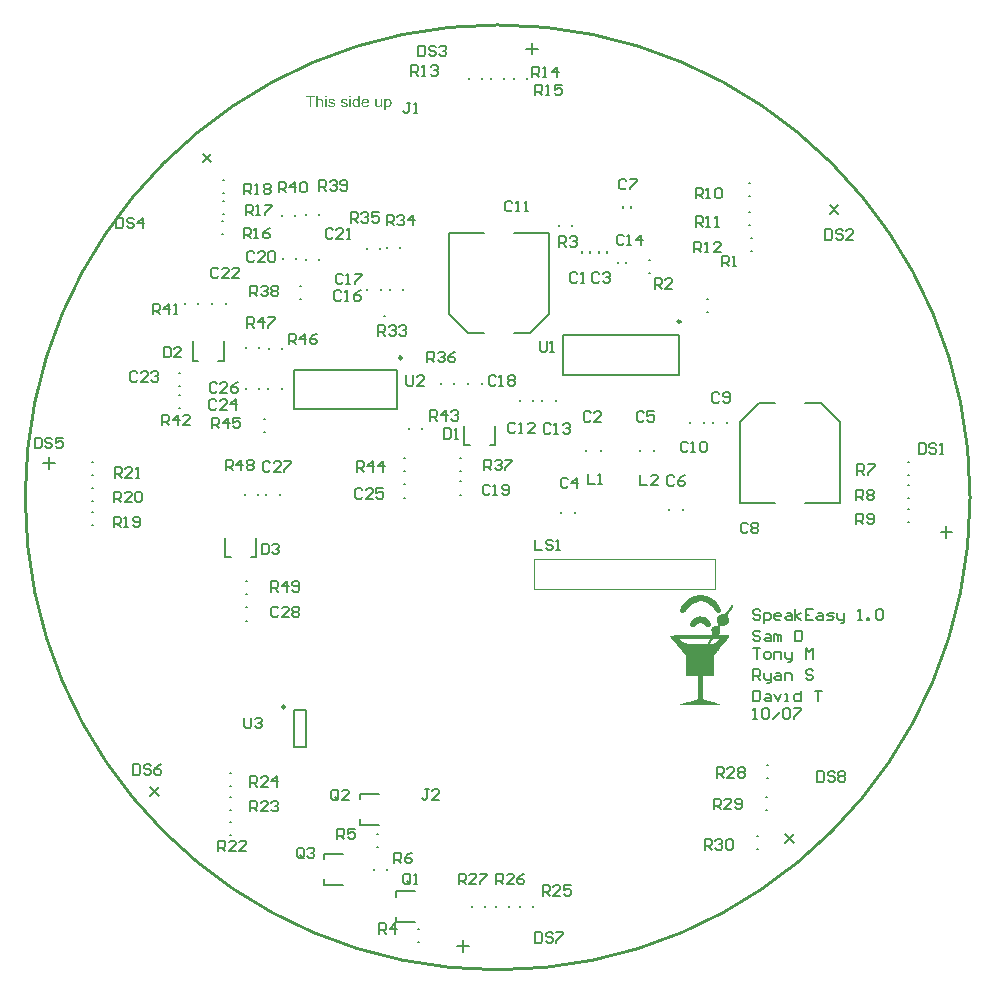
<source format=gbr>
%TF.GenerationSoftware,Altium Limited,Altium Designer,18.1.6 (161)*%
G04 Layer_Color=65535*
%FSLAX25Y25*%
%MOIN*%
%TF.FileFunction,Legend,Top*%
%TF.Part,Single*%
G01*
G75*
%TA.AperFunction,NonConductor*%
%ADD39C,0.00300*%
%ADD41C,0.00787*%
%ADD42C,0.00700*%
%ADD49C,0.01000*%
%ADD50C,0.00984*%
G36*
X383049Y282345D02*
X383123D01*
X383345Y282308D01*
X383642Y282271D01*
X384012Y282234D01*
X384456Y282123D01*
X384900Y282012D01*
X385345Y281864D01*
X385752Y281679D01*
X385789D01*
X385826Y281642D01*
X386048Y281530D01*
X386382Y281345D01*
X386752Y281049D01*
X387233Y280716D01*
X387715Y280271D01*
X388196Y279716D01*
X388640Y279123D01*
Y279086D01*
X388678Y279049D01*
X388826Y278827D01*
X388974Y278531D01*
X389159Y278161D01*
X389307Y277790D01*
X389344Y277383D01*
Y277013D01*
X389270Y276865D01*
X389159Y276716D01*
X389085Y276679D01*
X388900Y276568D01*
X388640Y276494D01*
X388455D01*
X388270Y276531D01*
X388233D01*
X388196Y276568D01*
X387974Y276716D01*
X387678Y276939D01*
X387530Y277124D01*
X387382Y277346D01*
X387345Y277383D01*
X387307Y277457D01*
X387196Y277605D01*
X387085Y277790D01*
X386678Y278272D01*
X386159Y278790D01*
X385530Y279309D01*
X384752Y279790D01*
X384345Y280012D01*
X383864Y280160D01*
X383419Y280271D01*
X382901Y280308D01*
X382456D01*
X382197Y280271D01*
X381938Y280197D01*
X381272Y280049D01*
X380938Y279901D01*
X380531Y279753D01*
X380161Y279531D01*
X379753Y279309D01*
X379346Y279012D01*
X378939Y278642D01*
X378531Y278235D01*
X378161Y277753D01*
X378124Y277716D01*
X378050Y277605D01*
X377902Y277420D01*
X377717Y277235D01*
X377309Y276790D01*
X377087Y276642D01*
X376902Y276494D01*
X376865D01*
X376828Y276457D01*
X376606Y276420D01*
X376495Y276457D01*
X376346Y276494D01*
X376198Y276568D01*
X376050Y276679D01*
X376013Y276716D01*
X375939Y276828D01*
X375865Y277050D01*
X375828Y277346D01*
Y277716D01*
X375976Y278198D01*
X376087Y278457D01*
X376236Y278753D01*
X376458Y279086D01*
X376717Y279420D01*
X376754Y279457D01*
X376791Y279494D01*
X376976Y279716D01*
X377309Y280049D01*
X377754Y280456D01*
X378272Y280901D01*
X378902Y281345D01*
X379605Y281753D01*
X380346Y282049D01*
X380383D01*
X380531Y282123D01*
X380790Y282160D01*
X381086Y282234D01*
X381494Y282308D01*
X381938Y282345D01*
X382456Y282382D01*
X383049Y282345D01*
D02*
G37*
G36*
X383234Y275198D02*
X383716Y275087D01*
X384197Y274939D01*
X384715Y274680D01*
X385197Y274309D01*
X385641Y273791D01*
X385678Y273754D01*
X385715Y273680D01*
X385789Y273532D01*
X385900Y273384D01*
X386048Y272976D01*
X386122Y272754D01*
Y272569D01*
Y272532D01*
Y272495D01*
X386048Y272273D01*
X385974Y272162D01*
X385900Y272014D01*
X385752Y271903D01*
X385567Y271792D01*
X385493Y271755D01*
X385345Y271717D01*
X384900D01*
X384863Y271755D01*
X384715Y271866D01*
X384456Y272051D01*
X384271Y272236D01*
X384049Y272421D01*
X384012Y272458D01*
X383901Y272532D01*
X383716Y272680D01*
X383493Y272828D01*
X383234Y272976D01*
X382975Y273125D01*
X382716Y273199D01*
X382493Y273236D01*
X382382D01*
X382271Y273199D01*
X382123Y273125D01*
X381938Y273050D01*
X381716Y272902D01*
X381494Y272717D01*
X381235Y272458D01*
X381198Y272421D01*
X381123Y272347D01*
X381012Y272236D01*
X380864Y272088D01*
X380531Y271829D01*
X380383Y271717D01*
X380235Y271643D01*
X380012D01*
X379753Y271755D01*
X379568Y271829D01*
X379420Y271977D01*
X379383Y272051D01*
X379272Y272199D01*
X379124Y272421D01*
X379087Y272680D01*
Y272754D01*
X379124Y272939D01*
X379272Y273273D01*
X379346Y273458D01*
X379494Y273717D01*
X379531Y273791D01*
X379679Y273939D01*
X379901Y274198D01*
X380235Y274495D01*
X380642Y274754D01*
X381198Y275013D01*
X381790Y275198D01*
X382531Y275272D01*
X382864D01*
X383234Y275198D01*
D02*
G37*
G36*
X393232Y279049D02*
X393343Y278975D01*
X393417Y278864D01*
X393454Y278753D01*
X393417Y278642D01*
X393380Y278568D01*
X393343Y278494D01*
X393269Y278346D01*
X393158Y278124D01*
X393010Y277864D01*
X392788Y277568D01*
X392529Y277161D01*
X392492Y277124D01*
X392418Y277013D01*
X392306Y276865D01*
X392195Y276679D01*
X391936Y276272D01*
X391825Y276050D01*
X391751Y275902D01*
Y275865D01*
X391714Y275717D01*
Y275495D01*
X391825Y275272D01*
X391862Y275235D01*
X391899Y275087D01*
X391973Y274865D01*
X392010Y274606D01*
X392047Y274272D01*
Y273939D01*
X392010Y273569D01*
X391862Y273199D01*
X391825Y273162D01*
X391751Y273050D01*
X391640Y272902D01*
X391455Y272717D01*
X391233Y272532D01*
X390936Y272347D01*
X390566Y272199D01*
X390122Y272088D01*
X389122Y271940D01*
X389196Y270940D01*
Y270903D01*
Y270866D01*
Y270606D01*
Y270310D01*
X389159Y270014D01*
Y269977D01*
X389085Y269829D01*
X388974Y269607D01*
X388826Y269422D01*
X388789Y269348D01*
X388678Y269236D01*
X388640Y269088D01*
Y269014D01*
X388715Y268977D01*
X389937D01*
X390455Y269014D01*
X391344D01*
X391677Y268977D01*
X391973Y268940D01*
X392158Y268866D01*
X392195Y268829D01*
X392232Y268755D01*
X392195Y268681D01*
X392158Y268533D01*
X392010Y268348D01*
X391788Y268052D01*
X391492Y267607D01*
X391270Y267348D01*
X391048Y267052D01*
X390751Y266718D01*
X390455Y266348D01*
X390418Y266311D01*
X390344Y266237D01*
X390196Y266052D01*
X390048Y265867D01*
X389826Y265645D01*
X389566Y265348D01*
X389048Y264719D01*
X389011Y264682D01*
X388937Y264571D01*
X388789Y264422D01*
X388640Y264237D01*
X388307Y263830D01*
X388122Y263608D01*
X387974Y263423D01*
X387085Y262312D01*
Y255535D01*
X383308D01*
X383419Y247796D01*
X384234Y247500D01*
X384308Y247463D01*
X384530Y247426D01*
X384678Y247352D01*
X384863Y247315D01*
X385123Y247204D01*
X385382Y247130D01*
X385419D01*
X385530Y247093D01*
X385678Y247056D01*
X385900Y246981D01*
X386382Y246833D01*
X386974Y246685D01*
X387011D01*
X387122Y246648D01*
X387270Y246611D01*
X387456Y246537D01*
X387900Y246389D01*
X388381Y246241D01*
X388418D01*
X388492Y246204D01*
X388715Y246130D01*
X388937Y246019D01*
X389048Y245982D01*
X389085Y245944D01*
X389011Y245907D01*
X388900D01*
X388678Y245870D01*
X388381D01*
X388159Y245833D01*
X387900D01*
X387604Y245796D01*
X386752D01*
X386530Y245759D01*
X385271D01*
X384456Y245722D01*
X380901D01*
X380161Y245759D01*
X378531D01*
X377754Y245796D01*
X377457D01*
X377124Y245833D01*
X376754D01*
X376384Y245870D01*
X376050Y245907D01*
X375828D01*
X375791Y245944D01*
X375754D01*
X375791Y245982D01*
X375865Y246019D01*
X375976Y246056D01*
X376124Y246130D01*
X376309Y246204D01*
X376606Y246315D01*
X376643D01*
X376754Y246352D01*
X376939Y246426D01*
X377198Y246500D01*
X377495Y246574D01*
X377865Y246685D01*
X378235Y246796D01*
X378679Y246907D01*
X381642Y247722D01*
Y255535D01*
X377865D01*
Y262238D01*
X375013Y265459D01*
X374976Y265533D01*
X374828Y265682D01*
X374606Y265941D01*
X374310Y266237D01*
X374014Y266607D01*
X373680Y267015D01*
X373014Y267792D01*
X372977Y267829D01*
X372903Y267940D01*
X372755Y268126D01*
X372606Y268311D01*
X372458Y268496D01*
X372310Y268644D01*
X372236Y268792D01*
X372199Y268829D01*
X372236D01*
X372310Y268866D01*
X372458D01*
X372718Y268903D01*
X373347D01*
X373606Y268940D01*
X375421D01*
X375754Y268977D01*
X384160D01*
X384604Y269014D01*
X385715D01*
X385900Y269051D01*
X386085Y269088D01*
X386234Y269125D01*
X386382Y269199D01*
X386493Y269273D01*
Y269385D01*
Y269422D01*
X386456Y269533D01*
X386419Y269681D01*
X386345Y269903D01*
Y269977D01*
X386308Y270125D01*
X386271Y270310D01*
X386196Y270532D01*
Y270569D01*
Y270644D01*
Y270755D01*
X386234Y270940D01*
X386308Y271273D01*
X386419Y271458D01*
X386567Y271643D01*
X386604Y271680D01*
X386641Y271717D01*
X386752Y271792D01*
X386900Y271903D01*
X387270Y272051D01*
X387493Y272088D01*
X387752Y272125D01*
X387863D01*
X388085Y272162D01*
X388344Y272199D01*
X388455Y272236D01*
X388529Y272273D01*
X388566Y272310D01*
Y272421D01*
X388529Y272569D01*
X388492Y272717D01*
X388381Y272865D01*
Y272902D01*
X388307Y272976D01*
X388270Y273088D01*
X388196Y273236D01*
X388085Y273643D01*
X388011Y274161D01*
Y274198D01*
Y274309D01*
X388048Y274421D01*
X388085Y274606D01*
X388233Y275013D01*
X388455Y275420D01*
X388492Y275458D01*
X388603Y275569D01*
X388789Y275717D01*
X389048Y275865D01*
X389122Y275902D01*
X389307Y275976D01*
X389603Y276050D01*
X389974Y276087D01*
X390085D01*
X390233Y276124D01*
X390381Y276161D01*
X390714Y276235D01*
X390899Y276309D01*
X391010Y276383D01*
X391085Y276457D01*
X391122Y276531D01*
X391233Y276642D01*
X391381Y276828D01*
X391529Y277050D01*
X391714Y277346D01*
X391936Y277716D01*
X391973Y277753D01*
X392010Y277827D01*
X392084Y277976D01*
X392195Y278124D01*
X392418Y278457D01*
X392677Y278790D01*
X392751Y278864D01*
X392862Y278975D01*
X393047Y279086D01*
X393195D01*
X393232Y279049D01*
D02*
G37*
G36*
X266024Y448302D02*
X265552D01*
Y448841D01*
X266024D01*
Y448302D01*
D02*
G37*
G36*
X257965D02*
X257493D01*
Y448841D01*
X257965D01*
Y448302D01*
D02*
G37*
G36*
X268982Y445000D02*
X268544D01*
Y445350D01*
X268538Y445344D01*
X268532Y445333D01*
X268516Y445311D01*
X268494Y445283D01*
X268466Y445255D01*
X268432Y445222D01*
X268394Y445183D01*
X268344Y445144D01*
X268294Y445106D01*
X268238Y445067D01*
X268172Y445033D01*
X268099Y445006D01*
X268027Y444978D01*
X267944Y444956D01*
X267855Y444944D01*
X267761Y444939D01*
X267728D01*
X267705Y444944D01*
X267639Y444950D01*
X267561Y444961D01*
X267467Y444983D01*
X267361Y445017D01*
X267256Y445061D01*
X267150Y445122D01*
X267145D01*
X267139Y445133D01*
X267106Y445155D01*
X267056Y445200D01*
X266995Y445255D01*
X266923Y445328D01*
X266851Y445416D01*
X266779Y445516D01*
X266718Y445633D01*
Y445638D01*
X266712Y445649D01*
X266706Y445666D01*
X266695Y445688D01*
X266684Y445721D01*
X266668Y445760D01*
X266657Y445799D01*
X266645Y445849D01*
X266618Y445960D01*
X266590Y446088D01*
X266573Y446232D01*
X266568Y446387D01*
Y446393D01*
Y446404D01*
Y446426D01*
Y446460D01*
X266573Y446493D01*
Y446537D01*
X266584Y446637D01*
X266601Y446754D01*
X266629Y446881D01*
X266662Y447015D01*
X266706Y447142D01*
Y447148D01*
X266712Y447159D01*
X266723Y447176D01*
X266734Y447198D01*
X266768Y447259D01*
X266812Y447336D01*
X266867Y447420D01*
X266940Y447503D01*
X267023Y447592D01*
X267123Y447664D01*
X267128D01*
X267134Y447670D01*
X267150Y447681D01*
X267173Y447692D01*
X267228Y447719D01*
X267306Y447758D01*
X267395Y447792D01*
X267500Y447819D01*
X267617Y447842D01*
X267739Y447847D01*
X267783D01*
X267828Y447842D01*
X267889Y447836D01*
X267961Y447819D01*
X268039Y447803D01*
X268116Y447775D01*
X268188Y447736D01*
X268199Y447731D01*
X268222Y447719D01*
X268255Y447692D01*
X268299Y447664D01*
X268355Y447625D01*
X268405Y447575D01*
X268460Y447525D01*
X268510Y447464D01*
Y448841D01*
X268982D01*
Y445000D01*
D02*
G37*
G36*
X278517Y447842D02*
X278556Y447836D01*
X278639Y447825D01*
X278739Y447803D01*
X278844Y447769D01*
X278950Y447719D01*
X279055Y447658D01*
X279061D01*
X279066Y447647D01*
X279100Y447625D01*
X279150Y447581D01*
X279211Y447525D01*
X279277Y447453D01*
X279344Y447364D01*
X279410Y447259D01*
X279466Y447142D01*
Y447137D01*
X279471Y447126D01*
X279477Y447109D01*
X279488Y447087D01*
X279499Y447053D01*
X279510Y447015D01*
X279538Y446926D01*
X279566Y446815D01*
X279588Y446693D01*
X279605Y446554D01*
X279610Y446410D01*
Y446404D01*
Y446393D01*
Y446371D01*
Y446338D01*
X279605Y446299D01*
Y446254D01*
X279594Y446154D01*
X279571Y446032D01*
X279544Y445905D01*
X279505Y445772D01*
X279455Y445638D01*
Y445633D01*
X279449Y445622D01*
X279438Y445605D01*
X279427Y445583D01*
X279388Y445522D01*
X279338Y445444D01*
X279277Y445361D01*
X279200Y445278D01*
X279111Y445194D01*
X279005Y445117D01*
X279000D01*
X278994Y445111D01*
X278978Y445100D01*
X278955Y445089D01*
X278900Y445061D01*
X278822Y445028D01*
X278728Y444994D01*
X278628Y444967D01*
X278511Y444944D01*
X278395Y444939D01*
X278356D01*
X278311Y444944D01*
X278256Y444950D01*
X278189Y444961D01*
X278117Y444978D01*
X278045Y445000D01*
X277973Y445033D01*
X277968Y445039D01*
X277940Y445050D01*
X277906Y445072D01*
X277862Y445106D01*
X277818Y445139D01*
X277762Y445183D01*
X277712Y445233D01*
X277668Y445289D01*
Y443934D01*
X277196D01*
Y447786D01*
X277623D01*
Y447420D01*
X277629Y447431D01*
X277651Y447453D01*
X277679Y447492D01*
X277723Y447536D01*
X277773Y447592D01*
X277829Y447642D01*
X277895Y447692D01*
X277962Y447736D01*
X277973Y447742D01*
X277995Y447753D01*
X278040Y447769D01*
X278095Y447792D01*
X278162Y447814D01*
X278239Y447830D01*
X278328Y447842D01*
X278428Y447847D01*
X278489D01*
X278517Y447842D01*
D02*
G37*
G36*
X263893D02*
X263976Y447836D01*
X264065Y447825D01*
X264159Y447803D01*
X264259Y447781D01*
X264353Y447747D01*
X264359D01*
X264364Y447742D01*
X264392Y447731D01*
X264437Y447708D01*
X264492Y447681D01*
X264553Y447642D01*
X264614Y447597D01*
X264670Y447547D01*
X264720Y447492D01*
X264725Y447486D01*
X264736Y447464D01*
X264758Y447425D01*
X264786Y447381D01*
X264814Y447314D01*
X264842Y447242D01*
X264864Y447159D01*
X264886Y447065D01*
X264425Y447004D01*
Y447015D01*
X264420Y447037D01*
X264409Y447076D01*
X264392Y447126D01*
X264364Y447176D01*
X264331Y447231D01*
X264292Y447287D01*
X264237Y447336D01*
X264231Y447342D01*
X264209Y447353D01*
X264176Y447375D01*
X264126Y447398D01*
X264070Y447420D01*
X263998Y447442D01*
X263909Y447453D01*
X263815Y447459D01*
X263759D01*
X263704Y447453D01*
X263632Y447447D01*
X263560Y447431D01*
X263482Y447414D01*
X263410Y447387D01*
X263349Y447348D01*
X263343Y447342D01*
X263327Y447331D01*
X263304Y447309D01*
X263282Y447275D01*
X263254Y447242D01*
X263232Y447198D01*
X263215Y447148D01*
X263210Y447098D01*
Y447092D01*
Y447081D01*
X263215Y447065D01*
Y447042D01*
X263232Y446987D01*
X263265Y446931D01*
X263271Y446926D01*
X263277Y446920D01*
X263288Y446904D01*
X263310Y446887D01*
X263332Y446870D01*
X263365Y446848D01*
X263404Y446832D01*
X263449Y446809D01*
X263454D01*
X263465Y446804D01*
X263488Y446798D01*
X263526Y446781D01*
X263582Y446765D01*
X263654Y446748D01*
X263698Y446732D01*
X263748Y446721D01*
X263804Y446704D01*
X263865Y446687D01*
X263870D01*
X263887Y446682D01*
X263915Y446676D01*
X263948Y446665D01*
X263987Y446654D01*
X264037Y446643D01*
X264142Y446609D01*
X264259Y446576D01*
X264375Y446537D01*
X264481Y446498D01*
X264525Y446482D01*
X264564Y446465D01*
X264575Y446460D01*
X264598Y446449D01*
X264631Y446432D01*
X264681Y446404D01*
X264731Y446371D01*
X264781Y446326D01*
X264831Y446277D01*
X264875Y446221D01*
X264880Y446215D01*
X264892Y446193D01*
X264914Y446160D01*
X264936Y446110D01*
X264953Y446049D01*
X264975Y445982D01*
X264986Y445905D01*
X264992Y445816D01*
Y445805D01*
Y445777D01*
X264986Y445733D01*
X264975Y445672D01*
X264958Y445605D01*
X264931Y445533D01*
X264897Y445449D01*
X264853Y445372D01*
X264847Y445361D01*
X264825Y445339D01*
X264797Y445300D01*
X264753Y445255D01*
X264692Y445205D01*
X264625Y445150D01*
X264548Y445100D01*
X264453Y445050D01*
X264448D01*
X264442Y445044D01*
X264409Y445033D01*
X264353Y445017D01*
X264281Y444994D01*
X264192Y444972D01*
X264092Y444956D01*
X263987Y444944D01*
X263865Y444939D01*
X263815D01*
X263776Y444944D01*
X263732D01*
X263676Y444950D01*
X263621Y444956D01*
X263560Y444967D01*
X263426Y444994D01*
X263288Y445033D01*
X263155Y445089D01*
X263093Y445122D01*
X263038Y445161D01*
X263032Y445166D01*
X263027Y445172D01*
X262994Y445205D01*
X262944Y445255D01*
X262888Y445333D01*
X262827Y445427D01*
X262766Y445538D01*
X262716Y445677D01*
X262677Y445832D01*
X263143Y445905D01*
Y445899D01*
Y445893D01*
X263155Y445860D01*
X263166Y445805D01*
X263188Y445744D01*
X263215Y445677D01*
X263249Y445605D01*
X263299Y445533D01*
X263360Y445472D01*
X263371Y445466D01*
X263393Y445449D01*
X263438Y445427D01*
X263493Y445400D01*
X263565Y445372D01*
X263649Y445350D01*
X263748Y445333D01*
X263865Y445328D01*
X263920D01*
X263976Y445333D01*
X264048Y445344D01*
X264126Y445361D01*
X264209Y445383D01*
X264281Y445411D01*
X264348Y445455D01*
X264353Y445461D01*
X264375Y445477D01*
X264398Y445505D01*
X264431Y445544D01*
X264459Y445588D01*
X264487Y445644D01*
X264503Y445699D01*
X264509Y445766D01*
Y445772D01*
Y445794D01*
X264503Y445821D01*
X264492Y445860D01*
X264475Y445899D01*
X264448Y445938D01*
X264414Y445982D01*
X264364Y446016D01*
X264359Y446021D01*
X264342Y446027D01*
X264314Y446043D01*
X264270Y446060D01*
X264204Y446082D01*
X264165Y446099D01*
X264120Y446110D01*
X264070Y446127D01*
X264015Y446143D01*
X263954Y446160D01*
X263882Y446177D01*
X263876D01*
X263859Y446182D01*
X263832Y446188D01*
X263798Y446199D01*
X263754Y446210D01*
X263704Y446227D01*
X263598Y446254D01*
X263476Y446293D01*
X263360Y446326D01*
X263249Y446365D01*
X263199Y446387D01*
X263160Y446404D01*
X263149Y446410D01*
X263127Y446421D01*
X263093Y446443D01*
X263049Y446471D01*
X262999Y446510D01*
X262949Y446554D01*
X262899Y446604D01*
X262855Y446665D01*
X262849Y446671D01*
X262838Y446693D01*
X262822Y446732D01*
X262805Y446776D01*
X262788Y446832D01*
X262772Y446898D01*
X262760Y446965D01*
X262755Y447042D01*
Y447053D01*
Y447076D01*
X262760Y447109D01*
X262766Y447159D01*
X262777Y447209D01*
X262788Y447270D01*
X262810Y447326D01*
X262838Y447387D01*
X262844Y447392D01*
X262855Y447414D01*
X262872Y447442D01*
X262899Y447481D01*
X262932Y447520D01*
X262971Y447570D01*
X263016Y447614D01*
X263071Y447653D01*
X263077Y447658D01*
X263093Y447664D01*
X263116Y447681D01*
X263149Y447697D01*
X263193Y447719D01*
X263243Y447742D01*
X263304Y447764D01*
X263371Y447786D01*
X263382Y447792D01*
X263404Y447797D01*
X263443Y447808D01*
X263493Y447819D01*
X263554Y447830D01*
X263621Y447836D01*
X263698Y447847D01*
X263832D01*
X263893Y447842D01*
D02*
G37*
G36*
X259714D02*
X259797Y447836D01*
X259886Y447825D01*
X259980Y447803D01*
X260080Y447781D01*
X260174Y447747D01*
X260180D01*
X260185Y447742D01*
X260213Y447731D01*
X260257Y447708D01*
X260313Y447681D01*
X260374Y447642D01*
X260435Y447597D01*
X260490Y447547D01*
X260541Y447492D01*
X260546Y447486D01*
X260557Y447464D01*
X260579Y447425D01*
X260607Y447381D01*
X260635Y447314D01*
X260663Y447242D01*
X260685Y447159D01*
X260707Y447065D01*
X260246Y447004D01*
Y447015D01*
X260241Y447037D01*
X260230Y447076D01*
X260213Y447126D01*
X260185Y447176D01*
X260152Y447231D01*
X260113Y447287D01*
X260058Y447336D01*
X260052Y447342D01*
X260030Y447353D01*
X259997Y447375D01*
X259947Y447398D01*
X259891Y447420D01*
X259819Y447442D01*
X259730Y447453D01*
X259636Y447459D01*
X259580D01*
X259525Y447453D01*
X259453Y447447D01*
X259381Y447431D01*
X259303Y447414D01*
X259231Y447387D01*
X259170Y447348D01*
X259164Y447342D01*
X259147Y447331D01*
X259125Y447309D01*
X259103Y447275D01*
X259075Y447242D01*
X259053Y447198D01*
X259036Y447148D01*
X259031Y447098D01*
Y447092D01*
Y447081D01*
X259036Y447065D01*
Y447042D01*
X259053Y446987D01*
X259086Y446931D01*
X259092Y446926D01*
X259097Y446920D01*
X259109Y446904D01*
X259131Y446887D01*
X259153Y446870D01*
X259186Y446848D01*
X259225Y446832D01*
X259269Y446809D01*
X259275D01*
X259286Y446804D01*
X259308Y446798D01*
X259347Y446781D01*
X259403Y446765D01*
X259475Y446748D01*
X259519Y446732D01*
X259569Y446721D01*
X259625Y446704D01*
X259686Y446687D01*
X259691D01*
X259708Y446682D01*
X259736Y446676D01*
X259769Y446665D01*
X259808Y446654D01*
X259858Y446643D01*
X259963Y446609D01*
X260080Y446576D01*
X260196Y446537D01*
X260302Y446498D01*
X260346Y446482D01*
X260385Y446465D01*
X260396Y446460D01*
X260418Y446449D01*
X260452Y446432D01*
X260502Y446404D01*
X260552Y446371D01*
X260601Y446326D01*
X260651Y446277D01*
X260696Y446221D01*
X260701Y446215D01*
X260713Y446193D01*
X260735Y446160D01*
X260757Y446110D01*
X260773Y446049D01*
X260796Y445982D01*
X260807Y445905D01*
X260812Y445816D01*
Y445805D01*
Y445777D01*
X260807Y445733D01*
X260796Y445672D01*
X260779Y445605D01*
X260751Y445533D01*
X260718Y445449D01*
X260674Y445372D01*
X260668Y445361D01*
X260646Y445339D01*
X260618Y445300D01*
X260574Y445255D01*
X260513Y445205D01*
X260446Y445150D01*
X260368Y445100D01*
X260274Y445050D01*
X260268D01*
X260263Y445044D01*
X260230Y445033D01*
X260174Y445017D01*
X260102Y444994D01*
X260013Y444972D01*
X259913Y444956D01*
X259808Y444944D01*
X259686Y444939D01*
X259636D01*
X259597Y444944D01*
X259553D01*
X259497Y444950D01*
X259442Y444956D01*
X259381Y444967D01*
X259247Y444994D01*
X259109Y445033D01*
X258975Y445089D01*
X258914Y445122D01*
X258859Y445161D01*
X258853Y445166D01*
X258848Y445172D01*
X258814Y445205D01*
X258764Y445255D01*
X258709Y445333D01*
X258648Y445427D01*
X258587Y445538D01*
X258537Y445677D01*
X258498Y445832D01*
X258964Y445905D01*
Y445899D01*
Y445893D01*
X258975Y445860D01*
X258986Y445805D01*
X259009Y445744D01*
X259036Y445677D01*
X259070Y445605D01*
X259120Y445533D01*
X259181Y445472D01*
X259192Y445466D01*
X259214Y445449D01*
X259258Y445427D01*
X259314Y445400D01*
X259386Y445372D01*
X259469Y445350D01*
X259569Y445333D01*
X259686Y445328D01*
X259741D01*
X259797Y445333D01*
X259869Y445344D01*
X259947Y445361D01*
X260030Y445383D01*
X260102Y445411D01*
X260169Y445455D01*
X260174Y445461D01*
X260196Y445477D01*
X260219Y445505D01*
X260252Y445544D01*
X260280Y445588D01*
X260307Y445644D01*
X260324Y445699D01*
X260330Y445766D01*
Y445772D01*
Y445794D01*
X260324Y445821D01*
X260313Y445860D01*
X260296Y445899D01*
X260268Y445938D01*
X260235Y445982D01*
X260185Y446016D01*
X260180Y446021D01*
X260163Y446027D01*
X260135Y446043D01*
X260091Y446060D01*
X260024Y446082D01*
X259985Y446099D01*
X259941Y446110D01*
X259891Y446127D01*
X259836Y446143D01*
X259774Y446160D01*
X259702Y446177D01*
X259697D01*
X259680Y446182D01*
X259652Y446188D01*
X259619Y446199D01*
X259575Y446210D01*
X259525Y446227D01*
X259419Y446254D01*
X259297Y446293D01*
X259181Y446326D01*
X259070Y446365D01*
X259020Y446387D01*
X258981Y446404D01*
X258970Y446410D01*
X258948Y446421D01*
X258914Y446443D01*
X258870Y446471D01*
X258820Y446510D01*
X258770Y446554D01*
X258720Y446604D01*
X258676Y446665D01*
X258670Y446671D01*
X258659Y446693D01*
X258642Y446732D01*
X258626Y446776D01*
X258609Y446832D01*
X258592Y446898D01*
X258581Y446965D01*
X258576Y447042D01*
Y447053D01*
Y447076D01*
X258581Y447109D01*
X258587Y447159D01*
X258598Y447209D01*
X258609Y447270D01*
X258631Y447326D01*
X258659Y447387D01*
X258665Y447392D01*
X258676Y447414D01*
X258692Y447442D01*
X258720Y447481D01*
X258753Y447520D01*
X258792Y447570D01*
X258837Y447614D01*
X258892Y447653D01*
X258898Y447658D01*
X258914Y447664D01*
X258937Y447681D01*
X258970Y447697D01*
X259014Y447719D01*
X259064Y447742D01*
X259125Y447764D01*
X259192Y447786D01*
X259203Y447792D01*
X259225Y447797D01*
X259264Y447808D01*
X259314Y447819D01*
X259375Y447830D01*
X259442Y447836D01*
X259519Y447847D01*
X259652D01*
X259714Y447842D01*
D02*
G37*
G36*
X276458Y445000D02*
X276036D01*
Y445405D01*
X276030Y445400D01*
X276019Y445383D01*
X276003Y445361D01*
X275975Y445333D01*
X275942Y445300D01*
X275903Y445255D01*
X275858Y445216D01*
X275803Y445172D01*
X275742Y445128D01*
X275675Y445089D01*
X275603Y445050D01*
X275525Y445011D01*
X275437Y444983D01*
X275348Y444961D01*
X275248Y444944D01*
X275148Y444939D01*
X275109D01*
X275059Y444944D01*
X274998Y444950D01*
X274926Y444961D01*
X274848Y444978D01*
X274771Y445000D01*
X274687Y445033D01*
X274676Y445039D01*
X274654Y445050D01*
X274615Y445072D01*
X274571Y445100D01*
X274515Y445133D01*
X274465Y445172D01*
X274415Y445216D01*
X274371Y445266D01*
X274365Y445272D01*
X274354Y445294D01*
X274338Y445322D01*
X274316Y445366D01*
X274288Y445416D01*
X274266Y445477D01*
X274243Y445544D01*
X274227Y445616D01*
Y445622D01*
X274221Y445644D01*
X274216Y445677D01*
Y445721D01*
X274210Y445788D01*
X274205Y445860D01*
X274199Y445955D01*
Y446060D01*
Y447786D01*
X274671D01*
Y446238D01*
Y446232D01*
Y446221D01*
Y446204D01*
Y446177D01*
Y446115D01*
X274676Y446038D01*
Y445955D01*
X274682Y445871D01*
X274687Y445799D01*
X274698Y445738D01*
Y445733D01*
X274710Y445710D01*
X274721Y445677D01*
X274737Y445633D01*
X274765Y445588D01*
X274798Y445538D01*
X274837Y445494D01*
X274887Y445449D01*
X274893Y445444D01*
X274915Y445433D01*
X274943Y445416D01*
X274987Y445400D01*
X275037Y445377D01*
X275098Y445361D01*
X275165Y445350D01*
X275242Y445344D01*
X275281D01*
X275320Y445350D01*
X275370Y445355D01*
X275431Y445372D01*
X275498Y445389D01*
X275570Y445416D01*
X275642Y445449D01*
X275653Y445455D01*
X275675Y445472D01*
X275709Y445494D01*
X275747Y445527D01*
X275792Y445572D01*
X275836Y445622D01*
X275875Y445677D01*
X275908Y445744D01*
X275914Y445755D01*
X275920Y445777D01*
X275931Y445821D01*
X275947Y445882D01*
X275964Y445960D01*
X275975Y446055D01*
X275980Y446166D01*
X275986Y446293D01*
Y447786D01*
X276458D01*
Y445000D01*
D02*
G37*
G36*
X266024D02*
X265552D01*
Y447786D01*
X266024D01*
Y445000D01*
D02*
G37*
G36*
X257965D02*
X257493D01*
Y447786D01*
X257965D01*
Y445000D01*
D02*
G37*
G36*
X254979Y447464D02*
X254985Y447470D01*
X254996Y447481D01*
X255013Y447498D01*
X255040Y447525D01*
X255068Y447553D01*
X255107Y447586D01*
X255157Y447620D01*
X255207Y447658D01*
X255262Y447692D01*
X255324Y447725D01*
X255468Y447786D01*
X255545Y447814D01*
X255629Y447830D01*
X255717Y447842D01*
X255806Y447847D01*
X255856D01*
X255917Y447842D01*
X255989Y447830D01*
X256073Y447819D01*
X256161Y447797D01*
X256250Y447764D01*
X256339Y447725D01*
X256350Y447719D01*
X256378Y447703D01*
X256417Y447675D01*
X256467Y447636D01*
X256517Y447586D01*
X256572Y447531D01*
X256622Y447464D01*
X256667Y447387D01*
X256672Y447375D01*
X256683Y447348D01*
X256700Y447298D01*
X256716Y447226D01*
X256733Y447137D01*
X256750Y447031D01*
X256761Y446904D01*
X256766Y446759D01*
Y445000D01*
X256295D01*
Y446765D01*
Y446770D01*
Y446781D01*
Y446798D01*
Y446820D01*
X256289Y446881D01*
X256278Y446959D01*
X256256Y447042D01*
X256228Y447126D01*
X256189Y447209D01*
X256139Y447275D01*
X256134Y447281D01*
X256112Y447303D01*
X256078Y447331D01*
X256028Y447359D01*
X255967Y447392D01*
X255895Y447414D01*
X255806Y447436D01*
X255706Y447442D01*
X255673D01*
X255634Y447436D01*
X255579Y447431D01*
X255523Y447414D01*
X255457Y447398D01*
X255390Y447370D01*
X255318Y447331D01*
X255312Y447326D01*
X255290Y447309D01*
X255257Y447287D01*
X255218Y447253D01*
X255174Y447209D01*
X255129Y447159D01*
X255090Y447098D01*
X255057Y447031D01*
X255051Y447020D01*
X255046Y446998D01*
X255035Y446954D01*
X255018Y446898D01*
X255001Y446826D01*
X254991Y446737D01*
X254985Y446637D01*
X254979Y446521D01*
Y445000D01*
X254508D01*
Y448841D01*
X254979D01*
Y447464D01*
D02*
G37*
G36*
X254041Y448385D02*
X252776D01*
Y445000D01*
X252265D01*
Y448385D01*
X251000D01*
Y448841D01*
X254041D01*
Y448385D01*
D02*
G37*
G36*
X270963Y447842D02*
X271008Y447836D01*
X271063Y447825D01*
X271124Y447814D01*
X271197Y447797D01*
X271263Y447781D01*
X271341Y447753D01*
X271413Y447725D01*
X271491Y447686D01*
X271568Y447642D01*
X271646Y447592D01*
X271718Y447531D01*
X271785Y447464D01*
X271790Y447459D01*
X271801Y447447D01*
X271818Y447425D01*
X271840Y447392D01*
X271868Y447353D01*
X271896Y447309D01*
X271929Y447253D01*
X271962Y447187D01*
X271996Y447115D01*
X272029Y447037D01*
X272057Y446948D01*
X272084Y446854D01*
X272107Y446748D01*
X272123Y446637D01*
X272134Y446521D01*
X272140Y446393D01*
Y446387D01*
Y446365D01*
Y446326D01*
X272134Y446271D01*
X270053D01*
Y446265D01*
Y446249D01*
X270059Y446227D01*
Y446193D01*
X270064Y446154D01*
X270075Y446110D01*
X270092Y446010D01*
X270125Y445899D01*
X270170Y445777D01*
X270231Y445666D01*
X270308Y445566D01*
X270314D01*
X270320Y445555D01*
X270353Y445527D01*
X270403Y445488D01*
X270469Y445449D01*
X270558Y445405D01*
X270658Y445366D01*
X270769Y445339D01*
X270830Y445333D01*
X270897Y445328D01*
X270941D01*
X270991Y445333D01*
X271052Y445344D01*
X271119Y445361D01*
X271197Y445383D01*
X271269Y445416D01*
X271341Y445461D01*
X271346Y445466D01*
X271374Y445488D01*
X271407Y445522D01*
X271446Y445566D01*
X271491Y445627D01*
X271540Y445705D01*
X271590Y445794D01*
X271635Y445899D01*
X272123Y445838D01*
Y445832D01*
X272118Y445821D01*
X272112Y445799D01*
X272101Y445766D01*
X272084Y445733D01*
X272068Y445688D01*
X272023Y445594D01*
X271968Y445488D01*
X271890Y445377D01*
X271801Y445272D01*
X271690Y445172D01*
X271685D01*
X271674Y445161D01*
X271657Y445150D01*
X271635Y445133D01*
X271602Y445117D01*
X271568Y445100D01*
X271524Y445078D01*
X271474Y445055D01*
X271418Y445033D01*
X271363Y445011D01*
X271224Y444978D01*
X271069Y444950D01*
X270897Y444939D01*
X270836D01*
X270797Y444944D01*
X270747Y444950D01*
X270686Y444961D01*
X270619Y444972D01*
X270547Y444983D01*
X270392Y445028D01*
X270308Y445061D01*
X270231Y445094D01*
X270147Y445139D01*
X270070Y445189D01*
X269998Y445244D01*
X269925Y445311D01*
X269920Y445316D01*
X269909Y445328D01*
X269892Y445350D01*
X269870Y445383D01*
X269842Y445422D01*
X269814Y445466D01*
X269781Y445522D01*
X269748Y445583D01*
X269715Y445655D01*
X269681Y445733D01*
X269654Y445821D01*
X269626Y445916D01*
X269604Y446016D01*
X269587Y446127D01*
X269576Y446243D01*
X269570Y446365D01*
Y446371D01*
Y446399D01*
Y446432D01*
X269576Y446482D01*
X269581Y446543D01*
X269587Y446609D01*
X269598Y446687D01*
X269615Y446765D01*
X269659Y446943D01*
X269687Y447031D01*
X269720Y447126D01*
X269765Y447215D01*
X269814Y447298D01*
X269870Y447381D01*
X269931Y447459D01*
X269937Y447464D01*
X269948Y447475D01*
X269970Y447492D01*
X269998Y447520D01*
X270031Y447547D01*
X270075Y447581D01*
X270125Y447620D01*
X270186Y447653D01*
X270247Y447692D01*
X270320Y447725D01*
X270397Y447758D01*
X270480Y447786D01*
X270569Y447814D01*
X270664Y447830D01*
X270763Y447842D01*
X270869Y447847D01*
X270924D01*
X270963Y447842D01*
D02*
G37*
%LPC*%
G36*
X382493Y267755D02*
X378939D01*
X378346Y267718D01*
X377717D01*
X377161Y267681D01*
X376717D01*
X376458Y267644D01*
X376236D01*
X376013Y267607D01*
X375902D01*
X375865Y267570D01*
X375939Y267496D01*
X376087Y267385D01*
X376273Y267237D01*
X376346Y267200D01*
X376495Y267089D01*
X376754Y266903D01*
X377050Y266718D01*
X377087D01*
X377161Y266644D01*
X377309Y266570D01*
X377457Y266496D01*
X377865Y266311D01*
X378309Y266163D01*
X378457D01*
X378642Y266126D01*
X379346D01*
X379901Y266089D01*
X382679D01*
X383160Y266126D01*
X384049D01*
X384234Y266163D01*
X384382D01*
X384456Y266200D01*
X384678Y266237D01*
X384938Y266385D01*
X385049Y266496D01*
X385123Y266607D01*
X385160Y266644D01*
X385234Y266718D01*
X385308Y266866D01*
X385345Y267015D01*
Y267052D01*
Y267126D01*
Y267237D01*
X385308Y267348D01*
Y267385D01*
X385271Y267422D01*
X385234Y267459D01*
X385419D01*
X385456Y267422D01*
X385604Y267385D01*
X385641D01*
X385678Y267422D01*
X385789Y267533D01*
Y267570D01*
X385752D01*
X385678Y267607D01*
X385530D01*
X385308Y267644D01*
X385012Y267681D01*
X384382D01*
X384086Y267718D01*
X383123D01*
X382493Y267755D01*
D02*
G37*
G36*
X388826D02*
X387419D01*
X387085Y267718D01*
X386900Y267681D01*
X386789Y267644D01*
X386752Y267607D01*
X386604Y267533D01*
X386419Y267348D01*
X386196Y267052D01*
X386159Y267015D01*
X386122Y266941D01*
X385937Y266681D01*
X385789Y266385D01*
X385715Y266274D01*
Y266200D01*
X385826Y266163D01*
X385900Y266126D01*
X386419D01*
X386567Y266163D01*
X386789Y266237D01*
X387122Y266385D01*
X387159D01*
X387196Y266422D01*
X387419Y266570D01*
X387678Y266755D01*
X387937Y266978D01*
X387974D01*
X388826Y267755D01*
D02*
G37*
G36*
X267789Y447459D02*
X267761D01*
X267739Y447453D01*
X267678Y447447D01*
X267606Y447425D01*
X267522Y447398D01*
X267434Y447348D01*
X267345Y447287D01*
X267300Y447242D01*
X267262Y447198D01*
Y447192D01*
X267250Y447187D01*
X267245Y447170D01*
X267228Y447148D01*
X267212Y447120D01*
X267195Y447087D01*
X267178Y447048D01*
X267156Y447004D01*
X267134Y446948D01*
X267117Y446887D01*
X267101Y446820D01*
X267084Y446748D01*
X267073Y446671D01*
X267062Y446582D01*
X267051Y446487D01*
Y446387D01*
Y446382D01*
Y446365D01*
Y446338D01*
X267056Y446299D01*
Y446254D01*
X267062Y446204D01*
X267078Y446088D01*
X267106Y445960D01*
X267145Y445827D01*
X267200Y445699D01*
X267234Y445644D01*
X267273Y445588D01*
X267278D01*
X267284Y445577D01*
X267312Y445549D01*
X267361Y445505D01*
X267422Y445461D01*
X267500Y445411D01*
X267595Y445366D01*
X267694Y445339D01*
X267750Y445333D01*
X267805Y445328D01*
X267833D01*
X267855Y445333D01*
X267916Y445339D01*
X267988Y445361D01*
X268072Y445389D01*
X268161Y445433D01*
X268249Y445494D01*
X268294Y445533D01*
X268333Y445577D01*
Y445583D01*
X268344Y445588D01*
X268355Y445605D01*
X268366Y445627D01*
X268383Y445655D01*
X268405Y445683D01*
X268422Y445727D01*
X268444Y445772D01*
X268466Y445821D01*
X268482Y445877D01*
X268505Y445943D01*
X268521Y446010D01*
X268532Y446088D01*
X268544Y446166D01*
X268555Y446254D01*
Y446349D01*
Y446354D01*
Y446376D01*
Y446404D01*
X268549Y446443D01*
Y446487D01*
X268544Y446543D01*
X268538Y446604D01*
X268527Y446671D01*
X268499Y446804D01*
X268460Y446943D01*
X268405Y447076D01*
X268372Y447131D01*
X268333Y447187D01*
Y447192D01*
X268321Y447198D01*
X268294Y447231D01*
X268244Y447275D01*
X268183Y447326D01*
X268105Y447375D01*
X268011Y447414D01*
X267905Y447447D01*
X267850Y447453D01*
X267789Y447459D01*
D02*
G37*
G36*
X278384Y447475D02*
X278356D01*
X278334Y447470D01*
X278278Y447459D01*
X278206Y447442D01*
X278123Y447409D01*
X278034Y447359D01*
X277984Y447326D01*
X277940Y447287D01*
X277895Y447242D01*
X277851Y447192D01*
Y447187D01*
X277840Y447181D01*
X277829Y447164D01*
X277818Y447142D01*
X277801Y447109D01*
X277779Y447076D01*
X277757Y447031D01*
X277740Y446987D01*
X277718Y446931D01*
X277695Y446870D01*
X277679Y446804D01*
X277657Y446732D01*
X277646Y446648D01*
X277635Y446565D01*
X277623Y446476D01*
Y446376D01*
Y446371D01*
Y446354D01*
Y446326D01*
X277629Y446288D01*
Y446243D01*
X277635Y446193D01*
X277651Y446077D01*
X277679Y445943D01*
X277712Y445816D01*
X277768Y445688D01*
X277801Y445633D01*
X277840Y445583D01*
X277851Y445572D01*
X277879Y445544D01*
X277923Y445500D01*
X277984Y445455D01*
X278062Y445411D01*
X278151Y445366D01*
X278251Y445339D01*
X278306Y445333D01*
X278362Y445328D01*
X278395D01*
X278417Y445333D01*
X278472Y445344D01*
X278550Y445361D01*
X278633Y445394D01*
X278722Y445438D01*
X278811Y445505D01*
X278855Y445544D01*
X278900Y445588D01*
Y445594D01*
X278911Y445599D01*
X278922Y445616D01*
X278933Y445638D01*
X278955Y445666D01*
X278972Y445705D01*
X278994Y445744D01*
X279016Y445794D01*
X279033Y445844D01*
X279055Y445910D01*
X279077Y445977D01*
X279094Y446049D01*
X279105Y446132D01*
X279116Y446221D01*
X279127Y446315D01*
Y446415D01*
Y446421D01*
Y446437D01*
Y446465D01*
X279122Y446504D01*
Y446548D01*
X279116Y446598D01*
X279100Y446715D01*
X279072Y446843D01*
X279033Y446970D01*
X278978Y447098D01*
X278944Y447159D01*
X278905Y447209D01*
Y447215D01*
X278894Y447220D01*
X278867Y447253D01*
X278822Y447292D01*
X278761Y447342D01*
X278683Y447392D01*
X278595Y447436D01*
X278495Y447464D01*
X278439Y447470D01*
X278384Y447475D01*
D02*
G37*
G36*
X270875Y447459D02*
X270841D01*
X270819Y447453D01*
X270758Y447447D01*
X270686Y447431D01*
X270597Y447403D01*
X270503Y447364D01*
X270414Y447309D01*
X270325Y447237D01*
X270314Y447226D01*
X270292Y447198D01*
X270253Y447148D01*
X270214Y447081D01*
X270170Y447004D01*
X270131Y446904D01*
X270098Y446787D01*
X270081Y446660D01*
X271640D01*
Y446665D01*
Y446676D01*
X271635Y446693D01*
Y446715D01*
X271624Y446781D01*
X271607Y446854D01*
X271579Y446943D01*
X271552Y447026D01*
X271507Y447109D01*
X271457Y447181D01*
Y447187D01*
X271446Y447192D01*
X271418Y447226D01*
X271369Y447270D01*
X271302Y447320D01*
X271219Y447370D01*
X271119Y447414D01*
X271002Y447447D01*
X270941Y447453D01*
X270875Y447459D01*
D02*
G37*
%LPD*%
D39*
X326923Y284500D02*
X387423D01*
Y294500D01*
X326923D02*
X387423D01*
X326923Y284500D02*
Y294500D01*
D41*
X303835Y332429D02*
Y338827D01*
X314071Y332429D02*
Y338827D01*
X312299Y332429D02*
X314071D01*
X303835D02*
X305606D01*
X247016Y344425D02*
Y357575D01*
Y344425D02*
X281465D01*
X247016Y357575D02*
X281465D01*
Y344425D02*
Y357575D01*
X383764Y339803D02*
Y340197D01*
X379236Y339803D02*
Y340197D01*
X391264Y339803D02*
Y340197D01*
X386736Y339803D02*
Y340197D01*
X376764Y310803D02*
Y311197D01*
X372236Y310803D02*
Y311197D01*
X336236Y309803D02*
Y310197D01*
X340764Y309803D02*
Y310197D01*
X249043Y380988D02*
X249437D01*
X249043Y385319D02*
X249437D01*
X305215Y369768D02*
X310480D01*
X298768Y376215D02*
X305215Y369768D01*
X325785D02*
X332232Y376215D01*
X320520Y369768D02*
X325785D01*
X298768Y376215D02*
Y403232D01*
X310480D01*
X320520D02*
X332232D01*
Y376215D02*
Y403232D01*
X199211Y215506D02*
X201994Y218289D01*
X199211D02*
X201994Y215506D01*
X334374Y347153D02*
Y347547D01*
X329847Y347153D02*
Y347547D01*
X283803Y328165D02*
X284197D01*
X283803Y323835D02*
X284197D01*
X285575Y337803D02*
Y338197D01*
X289906Y337803D02*
Y338197D01*
X283803Y319264D02*
X284197D01*
X283803Y314736D02*
X284197D01*
X250969Y231898D02*
Y244102D01*
X247031Y231898D02*
Y244102D01*
Y231898D02*
X250969D01*
X247031Y244102D02*
X250969D01*
X231063Y287165D02*
X231457D01*
X231063Y282835D02*
X231457D01*
X224142Y295079D02*
X225913D01*
X232606D02*
X234378D01*
Y301476D01*
X224142Y295079D02*
Y301476D01*
X235524Y351000D02*
Y351394D01*
X230996Y351000D02*
Y351394D01*
X237063Y336902D02*
X237457D01*
X237063Y341233D02*
X237457D01*
X224264Y379303D02*
Y379697D01*
X219736Y379303D02*
Y379697D01*
X215165Y379303D02*
Y379697D01*
X210835Y379303D02*
Y379697D01*
X231063Y278264D02*
X231457D01*
X231063Y273736D02*
X231457D01*
X234925Y315803D02*
Y316197D01*
X230594Y315803D02*
Y316197D01*
X242284Y315803D02*
Y316197D01*
X237756Y315803D02*
Y316197D01*
X243024Y351000D02*
Y351394D01*
X238496Y351000D02*
Y351394D01*
X231095Y364629D02*
Y365023D01*
X235425Y364629D02*
Y365023D01*
X208803Y356504D02*
X209197D01*
X208803Y351976D02*
X209197D01*
X208803Y349165D02*
X209197D01*
X208803Y344835D02*
X209197D01*
X213382Y360579D02*
X215154D01*
X221847D02*
X223618D01*
Y366976D01*
X213382Y360579D02*
Y366976D01*
X247807Y394457D02*
Y394850D01*
X243280Y394457D02*
Y394850D01*
X255504Y393957D02*
Y394350D01*
X250976Y393957D02*
Y394350D01*
X255405Y408957D02*
Y409350D01*
X251075Y408957D02*
Y409350D01*
X243075Y408803D02*
Y409197D01*
X247406Y408803D02*
Y409197D01*
X302496Y328165D02*
X302890D01*
X302496Y323835D02*
X302890D01*
X302496Y320264D02*
X302890D01*
X302496Y315736D02*
X302890D01*
X309717Y352803D02*
Y353197D01*
X305189Y352803D02*
Y353197D01*
X300398Y352803D02*
Y353197D01*
X296067Y352803D02*
Y353197D01*
X277043Y371012D02*
X277437D01*
X277043Y375342D02*
X277437D01*
X276004Y384130D02*
Y384524D01*
X271476Y384130D02*
Y384524D01*
X283504Y384130D02*
Y384524D01*
X278976Y384130D02*
Y384524D01*
X282405Y397980D02*
Y398374D01*
X278075Y397980D02*
Y398374D01*
X271575Y397827D02*
Y398220D01*
X275905Y397827D02*
Y398220D01*
X242925Y364500D02*
Y364894D01*
X238595Y364500D02*
Y364894D01*
X336670Y355807D02*
Y369193D01*
X375252Y355807D02*
Y369193D01*
X336670Y355807D02*
X375252D01*
X336670Y369193D02*
X375252D01*
X225803Y223165D02*
X226197D01*
X225803Y218835D02*
X226197D01*
X225803Y214989D02*
X226197D01*
X225803Y210659D02*
X226197D01*
X225803Y206814D02*
X226197D01*
X225803Y202483D02*
X226197D01*
X179803Y326665D02*
X180197D01*
X179803Y322335D02*
X180197D01*
X179803Y318165D02*
X180197D01*
X179803Y313835D02*
X180197D01*
X179803Y310165D02*
X180197D01*
X179803Y305835D02*
X180197D01*
X223303Y420665D02*
X223697D01*
X223303Y416335D02*
X223697D01*
X222957Y407165D02*
X223350D01*
X222957Y402835D02*
X223350D01*
X223303Y413665D02*
X223697D01*
X223303Y409335D02*
X223697D01*
X274803Y198335D02*
X275197D01*
X274803Y202665D02*
X275197D01*
X273835Y190803D02*
Y191197D01*
X278165Y190803D02*
Y191197D01*
X288303Y166835D02*
X288697D01*
X288303Y171165D02*
X288697D01*
X306335Y178303D02*
Y178697D01*
X310665Y178303D02*
Y178697D01*
X314370Y178303D02*
Y178697D01*
X318701Y178303D02*
Y178697D01*
X322335Y178303D02*
Y178697D01*
X326665Y178303D02*
Y178697D01*
X303543Y163386D02*
Y167323D01*
X301575Y165354D02*
X305512D01*
X401303Y197835D02*
X401697D01*
X401303Y202165D02*
X401697D01*
X404303Y210835D02*
X404697D01*
X404303Y215165D02*
X404697D01*
X404803Y221335D02*
X405197D01*
X404803Y225665D02*
X405197D01*
X410901Y202679D02*
X413685Y199896D01*
X410901D02*
X413685Y202679D01*
X462598Y303543D02*
X466535D01*
X464567Y301575D02*
Y305512D01*
X399303Y396988D02*
X399697D01*
X399303Y401319D02*
X399697D01*
X398803Y405835D02*
X399197D01*
X398803Y410165D02*
X399197D01*
X398803Y415335D02*
X399197D01*
X398803Y419665D02*
X399197D01*
X425681Y409535D02*
X428465Y412319D01*
X425681Y412319D02*
X428465Y409535D01*
X309665Y454303D02*
Y454697D01*
X305335Y454303D02*
Y454697D01*
X417520Y346398D02*
X422785D01*
X429232Y339951D01*
X395768D02*
X402215Y346398D01*
X407480D01*
X429232Y312933D02*
Y339951D01*
X417520Y312933D02*
X429232D01*
X395768D02*
X407480D01*
X395768D02*
Y339951D01*
X324665Y454303D02*
Y454697D01*
X320335Y454303D02*
Y454697D01*
X317126Y454303D02*
Y454697D01*
X312795Y454303D02*
Y454697D01*
X326378Y462598D02*
Y466535D01*
X324410Y464567D02*
X328346D01*
X216681Y429465D02*
X219465Y426681D01*
X216681Y426681D02*
X219465Y429465D01*
X351339Y396559D02*
Y396953D01*
X348583Y396559D02*
Y396953D01*
X345839Y396547D02*
Y396941D01*
X343083Y396547D02*
Y396941D01*
X326874Y347153D02*
Y347547D01*
X322347Y347153D02*
Y347547D01*
X365303Y389835D02*
X365697D01*
X365303Y394165D02*
X365697D01*
X384803Y376835D02*
X385197D01*
X384803Y381165D02*
X385197D01*
X339626Y405445D02*
Y405839D01*
X335296Y405445D02*
Y405839D01*
X356614Y411547D02*
Y411941D01*
X359370Y411547D02*
Y411941D01*
X357839Y393047D02*
Y393441D01*
X355083Y393047D02*
Y393441D01*
X349422Y330303D02*
Y330697D01*
X344500Y330303D02*
Y330697D01*
X367244Y330303D02*
Y330697D01*
X362323Y330303D02*
Y330697D01*
X451803Y306835D02*
X452197D01*
X451803Y311165D02*
X452197D01*
X451803Y314835D02*
X452197D01*
X451803Y319165D02*
X452197D01*
X451803Y322335D02*
X452197D01*
X451803Y326665D02*
X452197D01*
X269000Y214347D02*
Y216118D01*
Y205882D02*
Y207653D01*
Y205882D02*
X275398D01*
X269000Y216118D02*
X275398D01*
X257079Y194346D02*
Y196118D01*
Y185882D02*
Y187654D01*
Y185882D02*
X263476D01*
X257079Y196118D02*
X263476D01*
X281079Y181846D02*
Y183618D01*
Y173382D02*
Y175154D01*
Y173382D02*
X287476D01*
X281079Y183618D02*
X287476D01*
X165354Y324410D02*
Y328346D01*
X163386Y326378D02*
X167323D01*
D42*
X402533Y277008D02*
X401949Y277591D01*
X400783D01*
X400200Y277008D01*
Y276425D01*
X400783Y275841D01*
X401949D01*
X402533Y275258D01*
Y274675D01*
X401949Y274092D01*
X400783D01*
X400200Y274675D01*
X403699Y272926D02*
Y276425D01*
X405448D01*
X406031Y275841D01*
Y274675D01*
X405448Y274092D01*
X403699D01*
X408947D02*
X407781D01*
X407198Y274675D01*
Y275841D01*
X407781Y276425D01*
X408947D01*
X409530Y275841D01*
Y275258D01*
X407198D01*
X411280Y276425D02*
X412446D01*
X413029Y275841D01*
Y274092D01*
X411280D01*
X410697Y274675D01*
X411280Y275258D01*
X413029D01*
X414195Y274092D02*
Y277591D01*
Y275258D02*
X415945Y276425D01*
X414195Y275258D02*
X415945Y274092D01*
X420027Y277591D02*
X417694D01*
Y274092D01*
X420027D01*
X417694Y275841D02*
X418861D01*
X421776Y276425D02*
X422943D01*
X423526Y275841D01*
Y274092D01*
X421776D01*
X421193Y274675D01*
X421776Y275258D01*
X423526D01*
X424692Y274092D02*
X426441D01*
X427025Y274675D01*
X426441Y275258D01*
X425275D01*
X424692Y275841D01*
X425275Y276425D01*
X427025D01*
X428191D02*
Y274675D01*
X428774Y274092D01*
X430523D01*
Y273509D01*
X429940Y272926D01*
X429357D01*
X430523Y274092D02*
Y276425D01*
X435189Y274092D02*
X436355D01*
X435772D01*
Y277591D01*
X435189Y277008D01*
X438104Y274092D02*
Y274675D01*
X438688D01*
Y274092D01*
X438104D01*
X441020Y277008D02*
X441603Y277591D01*
X442770D01*
X443353Y277008D01*
Y274675D01*
X442770Y274092D01*
X441603D01*
X441020Y274675D01*
Y277008D01*
X402533Y269963D02*
X401949Y270546D01*
X400783D01*
X400200Y269963D01*
Y269380D01*
X400783Y268797D01*
X401949D01*
X402533Y268213D01*
Y267630D01*
X401949Y267047D01*
X400783D01*
X400200Y267630D01*
X404282Y269380D02*
X405448D01*
X406031Y268797D01*
Y267047D01*
X404282D01*
X403699Y267630D01*
X404282Y268213D01*
X406031D01*
X407198Y267047D02*
Y269380D01*
X407781D01*
X408364Y268797D01*
Y267047D01*
Y268797D01*
X408947Y269380D01*
X409530Y268797D01*
Y267047D01*
X414195Y270546D02*
Y267047D01*
X415945D01*
X416528Y267630D01*
Y269963D01*
X415945Y270546D01*
X414195D01*
X400200Y264667D02*
X402533D01*
X401366D01*
Y261169D01*
X404282D02*
X405448D01*
X406031Y261752D01*
Y262918D01*
X405448Y263501D01*
X404282D01*
X403699Y262918D01*
Y261752D01*
X404282Y261169D01*
X407198D02*
Y263501D01*
X408947D01*
X409530Y262918D01*
Y261169D01*
X410697Y263501D02*
Y261752D01*
X411280Y261169D01*
X413029D01*
Y260585D01*
X412446Y260002D01*
X411863D01*
X413029Y261169D02*
Y263501D01*
X417694Y261169D02*
Y264667D01*
X418861Y263501D01*
X420027Y264667D01*
Y261169D01*
X400200Y254124D02*
Y257622D01*
X401949D01*
X402533Y257039D01*
Y255873D01*
X401949Y255290D01*
X400200D01*
X401366D02*
X402533Y254124D01*
X403699Y256456D02*
Y254707D01*
X404282Y254124D01*
X406031D01*
Y253540D01*
X405448Y252957D01*
X404865D01*
X406031Y254124D02*
Y256456D01*
X407781D02*
X408947D01*
X409530Y255873D01*
Y254124D01*
X407781D01*
X407198Y254707D01*
X407781Y255290D01*
X409530D01*
X410697Y254124D02*
Y256456D01*
X412446D01*
X413029Y255873D01*
Y254124D01*
X420027Y257039D02*
X419444Y257622D01*
X418278D01*
X417694Y257039D01*
Y256456D01*
X418278Y255873D01*
X419444D01*
X420027Y255290D01*
Y254707D01*
X419444Y254124D01*
X418278D01*
X417694Y254707D01*
X400200Y250577D02*
Y247079D01*
X401949D01*
X402533Y247662D01*
Y249994D01*
X401949Y250577D01*
X400200D01*
X404282Y249411D02*
X405448D01*
X406031Y248828D01*
Y247079D01*
X404282D01*
X403699Y247662D01*
X404282Y248245D01*
X406031D01*
X407198Y249411D02*
X408364Y247079D01*
X409530Y249411D01*
X410697Y247079D02*
X411863D01*
X411280D01*
Y249411D01*
X410697D01*
X415945Y250577D02*
Y247079D01*
X414195D01*
X413612Y247662D01*
Y248828D01*
X414195Y249411D01*
X415945D01*
X420610Y250577D02*
X422943D01*
X421776D01*
Y247079D01*
X400200Y241200D02*
X401366D01*
X400783D01*
Y244699D01*
X400200Y244116D01*
X403116D02*
X403699Y244699D01*
X404865D01*
X405448Y244116D01*
Y241783D01*
X404865Y241200D01*
X403699D01*
X403116Y241783D01*
Y244116D01*
X406615Y241200D02*
X408947Y243533D01*
X410113Y244116D02*
X410697Y244699D01*
X411863D01*
X412446Y244116D01*
Y241783D01*
X411863Y241200D01*
X410697D01*
X410113Y241783D01*
Y244116D01*
X413612Y244699D02*
X415945D01*
Y244116D01*
X413612Y241783D01*
Y241200D01*
X230500Y241499D02*
Y238583D01*
X231083Y238000D01*
X232249D01*
X232833Y238583D01*
Y241499D01*
X233999Y240916D02*
X234582Y241499D01*
X235748D01*
X236331Y240916D01*
Y240333D01*
X235748Y239749D01*
X235165D01*
X235748D01*
X236331Y239166D01*
Y238583D01*
X235748Y238000D01*
X234582D01*
X233999Y238583D01*
X284500Y355696D02*
Y352780D01*
X285083Y352197D01*
X286249D01*
X286833Y352780D01*
Y355696D01*
X290331Y352197D02*
X287999D01*
X290331Y354529D01*
Y355113D01*
X289748Y355696D01*
X288582D01*
X287999Y355113D01*
X239500Y283500D02*
Y286999D01*
X241249D01*
X241833Y286416D01*
Y285249D01*
X241249Y284666D01*
X239500D01*
X240666D02*
X241833Y283500D01*
X244748D02*
Y286999D01*
X242999Y285249D01*
X245331D01*
X246498Y284083D02*
X247081Y283500D01*
X248247D01*
X248830Y284083D01*
Y286416D01*
X248247Y286999D01*
X247081D01*
X246498Y286416D01*
Y285833D01*
X247081Y285249D01*
X248830D01*
X224260Y324000D02*
Y327499D01*
X226009D01*
X226592Y326916D01*
Y325749D01*
X226009Y325166D01*
X224260D01*
X225426D02*
X226592Y324000D01*
X229508D02*
Y327499D01*
X227759Y325749D01*
X230091D01*
X231258Y326916D02*
X231841Y327499D01*
X233007D01*
X233590Y326916D01*
Y326333D01*
X233007Y325749D01*
X233590Y325166D01*
Y324583D01*
X233007Y324000D01*
X231841D01*
X231258Y324583D01*
Y325166D01*
X231841Y325749D01*
X231258Y326333D01*
Y326916D01*
X231841Y325749D02*
X233007D01*
X231500Y371500D02*
Y374999D01*
X233249D01*
X233833Y374416D01*
Y373249D01*
X233249Y372666D01*
X231500D01*
X232666D02*
X233833Y371500D01*
X236748D02*
Y374999D01*
X234999Y373249D01*
X237331D01*
X238498Y374999D02*
X240830D01*
Y374416D01*
X238498Y372083D01*
Y371500D01*
X245394Y366000D02*
Y369499D01*
X247143D01*
X247726Y368916D01*
Y367749D01*
X247143Y367166D01*
X245394D01*
X246560D02*
X247726Y366000D01*
X250642D02*
Y369499D01*
X248893Y367749D01*
X251225D01*
X254724Y369499D02*
X253558Y368916D01*
X252391Y367749D01*
Y366583D01*
X252975Y366000D01*
X254141D01*
X254724Y366583D01*
Y367166D01*
X254141Y367749D01*
X252391D01*
X219807Y338000D02*
Y341499D01*
X221556D01*
X222140Y340916D01*
Y339749D01*
X221556Y339166D01*
X219807D01*
X220973D02*
X222140Y338000D01*
X225055D02*
Y341499D01*
X223306Y339749D01*
X225639D01*
X229137Y341499D02*
X226805D01*
Y339749D01*
X227971Y340333D01*
X228554D01*
X229137Y339749D01*
Y338583D01*
X228554Y338000D01*
X227388D01*
X226805Y338583D01*
X268000Y323500D02*
Y326999D01*
X269749D01*
X270333Y326416D01*
Y325249D01*
X269749Y324666D01*
X268000D01*
X269166D02*
X270333Y323500D01*
X273248D02*
Y326999D01*
X271499Y325249D01*
X273831D01*
X276747Y323500D02*
Y326999D01*
X274998Y325249D01*
X277330D01*
X292500Y340500D02*
Y343999D01*
X294249D01*
X294833Y343416D01*
Y342249D01*
X294249Y341666D01*
X292500D01*
X293666D02*
X294833Y340500D01*
X297748D02*
Y343999D01*
X295999Y342249D01*
X298331D01*
X299498Y343416D02*
X300081Y343999D01*
X301247D01*
X301830Y343416D01*
Y342833D01*
X301247Y342249D01*
X300664D01*
X301247D01*
X301830Y341666D01*
Y341083D01*
X301247Y340500D01*
X300081D01*
X299498Y341083D01*
X203156Y339000D02*
Y342499D01*
X204906D01*
X205489Y341916D01*
Y340749D01*
X204906Y340166D01*
X203156D01*
X204323D02*
X205489Y339000D01*
X208405D02*
Y342499D01*
X206655Y340749D01*
X208988D01*
X212487Y339000D02*
X210154D01*
X212487Y341333D01*
Y341916D01*
X211904Y342499D01*
X210737D01*
X210154Y341916D01*
X200000Y376000D02*
Y379499D01*
X201749D01*
X202333Y378916D01*
Y377749D01*
X201749Y377166D01*
X200000D01*
X201166D02*
X202333Y376000D01*
X205248D02*
Y379499D01*
X203499Y377749D01*
X205831D01*
X206998Y376000D02*
X208164D01*
X207581D01*
Y379499D01*
X206998Y378916D01*
X242066Y416634D02*
Y420133D01*
X243816D01*
X244399Y419549D01*
Y418383D01*
X243816Y417800D01*
X242066D01*
X243232D02*
X244399Y416634D01*
X247315D02*
Y420133D01*
X245565Y418383D01*
X247898D01*
X249064Y419549D02*
X249647Y420133D01*
X250813D01*
X251396Y419549D01*
Y417217D01*
X250813Y416634D01*
X249647D01*
X249064Y417217D01*
Y419549D01*
X255500Y417214D02*
Y420713D01*
X257249D01*
X257833Y420129D01*
Y418963D01*
X257249Y418380D01*
X255500D01*
X256666D02*
X257833Y417214D01*
X258999Y420129D02*
X259582Y420713D01*
X260748D01*
X261331Y420129D01*
Y419546D01*
X260748Y418963D01*
X260165D01*
X260748D01*
X261331Y418380D01*
Y417797D01*
X260748Y417214D01*
X259582D01*
X258999Y417797D01*
X262498D02*
X263081Y417214D01*
X264247D01*
X264830Y417797D01*
Y420129D01*
X264247Y420713D01*
X263081D01*
X262498Y420129D01*
Y419546D01*
X263081Y418963D01*
X264830D01*
X232500Y382000D02*
Y385499D01*
X234249D01*
X234833Y384916D01*
Y383749D01*
X234249Y383166D01*
X232500D01*
X233666D02*
X234833Y382000D01*
X235999Y384916D02*
X236582Y385499D01*
X237748D01*
X238331Y384916D01*
Y384333D01*
X237748Y383749D01*
X237165D01*
X237748D01*
X238331Y383166D01*
Y382583D01*
X237748Y382000D01*
X236582D01*
X235999Y382583D01*
X239498Y384916D02*
X240081Y385499D01*
X241247D01*
X241830Y384916D01*
Y384333D01*
X241247Y383749D01*
X241830Y383166D01*
Y382583D01*
X241247Y382000D01*
X240081D01*
X239498Y382583D01*
Y383166D01*
X240081Y383749D01*
X239498Y384333D01*
Y384916D01*
X240081Y383749D02*
X241247D01*
X310500Y324000D02*
Y327499D01*
X312249D01*
X312833Y326916D01*
Y325749D01*
X312249Y325166D01*
X310500D01*
X311666D02*
X312833Y324000D01*
X313999Y326916D02*
X314582Y327499D01*
X315748D01*
X316331Y326916D01*
Y326333D01*
X315748Y325749D01*
X315165D01*
X315748D01*
X316331Y325166D01*
Y324583D01*
X315748Y324000D01*
X314582D01*
X313999Y324583D01*
X317498Y327499D02*
X319830D01*
Y326916D01*
X317498Y324583D01*
Y324000D01*
X291500Y360000D02*
Y363499D01*
X293249D01*
X293833Y362916D01*
Y361749D01*
X293249Y361166D01*
X291500D01*
X292666D02*
X293833Y360000D01*
X294999Y362916D02*
X295582Y363499D01*
X296748D01*
X297331Y362916D01*
Y362333D01*
X296748Y361749D01*
X296165D01*
X296748D01*
X297331Y361166D01*
Y360583D01*
X296748Y360000D01*
X295582D01*
X294999Y360583D01*
X300830Y363499D02*
X299664Y362916D01*
X298498Y361749D01*
Y360583D01*
X299081Y360000D01*
X300247D01*
X300830Y360583D01*
Y361166D01*
X300247Y361749D01*
X298498D01*
X266000Y406500D02*
Y409999D01*
X267749D01*
X268333Y409416D01*
Y408249D01*
X267749Y407666D01*
X266000D01*
X267166D02*
X268333Y406500D01*
X269499Y409416D02*
X270082Y409999D01*
X271248D01*
X271831Y409416D01*
Y408833D01*
X271248Y408249D01*
X270665D01*
X271248D01*
X271831Y407666D01*
Y407083D01*
X271248Y406500D01*
X270082D01*
X269499Y407083D01*
X275330Y409999D02*
X272998D01*
Y408249D01*
X274164Y408833D01*
X274747D01*
X275330Y408249D01*
Y407083D01*
X274747Y406500D01*
X273581D01*
X272998Y407083D01*
X278000Y405653D02*
Y409152D01*
X279749D01*
X280333Y408569D01*
Y407403D01*
X279749Y406820D01*
X278000D01*
X279166D02*
X280333Y405653D01*
X281499Y408569D02*
X282082Y409152D01*
X283248D01*
X283831Y408569D01*
Y407986D01*
X283248Y407403D01*
X282665D01*
X283248D01*
X283831Y406820D01*
Y406237D01*
X283248Y405653D01*
X282082D01*
X281499Y406237D01*
X286747Y405653D02*
Y409152D01*
X284998Y407403D01*
X287330D01*
X275240Y368870D02*
Y372369D01*
X276990D01*
X277573Y371786D01*
Y370620D01*
X276990Y370036D01*
X275240D01*
X276406D02*
X277573Y368870D01*
X278739Y371786D02*
X279322Y372369D01*
X280488D01*
X281072Y371786D01*
Y371203D01*
X280488Y370620D01*
X279905D01*
X280488D01*
X281072Y370036D01*
Y369453D01*
X280488Y368870D01*
X279322D01*
X278739Y369453D01*
X282238Y371786D02*
X282821Y372369D01*
X283987D01*
X284571Y371786D01*
Y371203D01*
X283987Y370620D01*
X283404D01*
X283987D01*
X284571Y370036D01*
Y369453D01*
X283987Y368870D01*
X282821D01*
X282238Y369453D01*
X236260Y299499D02*
Y296000D01*
X238009D01*
X238592Y296583D01*
Y298916D01*
X238009Y299499D01*
X236260D01*
X239759Y298916D02*
X240342Y299499D01*
X241508D01*
X242091Y298916D01*
Y298333D01*
X241508Y297749D01*
X240925D01*
X241508D01*
X242091Y297166D01*
Y296583D01*
X241508Y296000D01*
X240342D01*
X239759Y296583D01*
X203605Y365125D02*
Y361626D01*
X205355D01*
X205938Y362209D01*
Y364542D01*
X205355Y365125D01*
X203605D01*
X209437Y361626D02*
X207104D01*
X209437Y363959D01*
Y364542D01*
X208854Y365125D01*
X207687D01*
X207104Y364542D01*
X297100Y337999D02*
Y334500D01*
X298850D01*
X299433Y335083D01*
Y337416D01*
X298850Y337999D01*
X297100D01*
X300599Y334500D02*
X301765D01*
X301182D01*
Y337999D01*
X300599Y337416D01*
X241833Y277916D02*
X241249Y278499D01*
X240083D01*
X239500Y277916D01*
Y275583D01*
X240083Y275000D01*
X241249D01*
X241833Y275583D01*
X245331Y275000D02*
X242999D01*
X245331Y277333D01*
Y277916D01*
X244748Y278499D01*
X243582D01*
X242999Y277916D01*
X246498D02*
X247081Y278499D01*
X248247D01*
X248830Y277916D01*
Y277333D01*
X248247Y276749D01*
X248830Y276166D01*
Y275583D01*
X248247Y275000D01*
X247081D01*
X246498Y275583D01*
Y276166D01*
X247081Y276749D01*
X246498Y277333D01*
Y277916D01*
X247081Y276749D02*
X248247D01*
X239092Y326416D02*
X238509Y326999D01*
X237343D01*
X236760Y326416D01*
Y324083D01*
X237343Y323500D01*
X238509D01*
X239092Y324083D01*
X242591Y323500D02*
X240259D01*
X242591Y325833D01*
Y326416D01*
X242008Y326999D01*
X240842D01*
X240259Y326416D01*
X243758Y326999D02*
X246090D01*
Y326416D01*
X243758Y324083D01*
Y323500D01*
X221333Y352766D02*
X220749Y353349D01*
X219583D01*
X219000Y352766D01*
Y350433D01*
X219583Y349850D01*
X220749D01*
X221333Y350433D01*
X224831Y349850D02*
X222499D01*
X224831Y352183D01*
Y352766D01*
X224248Y353349D01*
X223082D01*
X222499Y352766D01*
X228330Y353349D02*
X227164Y352766D01*
X225998Y351600D01*
Y350433D01*
X226581Y349850D01*
X227747D01*
X228330Y350433D01*
Y351017D01*
X227747Y351600D01*
X225998D01*
X269833Y317416D02*
X269249Y317999D01*
X268083D01*
X267500Y317416D01*
Y315083D01*
X268083Y314500D01*
X269249D01*
X269833Y315083D01*
X273331Y314500D02*
X270999D01*
X273331Y316833D01*
Y317416D01*
X272748Y317999D01*
X271582D01*
X270999Y317416D01*
X276830Y317999D02*
X274498D01*
Y316249D01*
X275664Y316833D01*
X276247D01*
X276830Y316249D01*
Y315083D01*
X276247Y314500D01*
X275081D01*
X274498Y315083D01*
X221175Y347116D02*
X220592Y347700D01*
X219426D01*
X218843Y347116D01*
Y344784D01*
X219426Y344201D01*
X220592D01*
X221175Y344784D01*
X224674Y344201D02*
X222341D01*
X224674Y346533D01*
Y347116D01*
X224091Y347700D01*
X222924D01*
X222341Y347116D01*
X227590Y344201D02*
Y347700D01*
X225840Y345950D01*
X228173D01*
X194833Y356416D02*
X194249Y356999D01*
X193083D01*
X192500Y356416D01*
Y354083D01*
X193083Y353500D01*
X194249D01*
X194833Y354083D01*
X198331Y353500D02*
X195999D01*
X198331Y355833D01*
Y356416D01*
X197748Y356999D01*
X196582D01*
X195999Y356416D01*
X199498D02*
X200081Y356999D01*
X201247D01*
X201830Y356416D01*
Y355833D01*
X201247Y355249D01*
X200664D01*
X201247D01*
X201830Y354666D01*
Y354083D01*
X201247Y353500D01*
X200081D01*
X199498Y354083D01*
X221833Y390916D02*
X221249Y391499D01*
X220083D01*
X219500Y390916D01*
Y388583D01*
X220083Y388000D01*
X221249D01*
X221833Y388583D01*
X225331Y388000D02*
X222999D01*
X225331Y390333D01*
Y390916D01*
X224748Y391499D01*
X223582D01*
X222999Y390916D01*
X228830Y388000D02*
X226498D01*
X228830Y390333D01*
Y390916D01*
X228247Y391499D01*
X227081D01*
X226498Y390916D01*
X260073Y404069D02*
X259490Y404652D01*
X258323D01*
X257740Y404069D01*
Y401737D01*
X258323Y401154D01*
X259490D01*
X260073Y401737D01*
X263572Y401154D02*
X261239D01*
X263572Y403486D01*
Y404069D01*
X262988Y404652D01*
X261822D01*
X261239Y404069D01*
X264738Y401154D02*
X265904D01*
X265321D01*
Y404652D01*
X264738Y404069D01*
X233833Y396416D02*
X233249Y396999D01*
X232083D01*
X231500Y396416D01*
Y394083D01*
X232083Y393500D01*
X233249D01*
X233833Y394083D01*
X237331Y393500D02*
X234999D01*
X237331Y395833D01*
Y396416D01*
X236748Y396999D01*
X235582D01*
X234999Y396416D01*
X238498D02*
X239081Y396999D01*
X240247D01*
X240830Y396416D01*
Y394083D01*
X240247Y393500D01*
X239081D01*
X238498Y394083D01*
Y396416D01*
X312333Y318597D02*
X311749Y319180D01*
X310583D01*
X310000Y318597D01*
Y316264D01*
X310583Y315681D01*
X311749D01*
X312333Y316264D01*
X313499Y315681D02*
X314665D01*
X314082D01*
Y319180D01*
X313499Y318597D01*
X316415Y316264D02*
X316998Y315681D01*
X318164D01*
X318747Y316264D01*
Y318597D01*
X318164Y319180D01*
X316998D01*
X316415Y318597D01*
Y318014D01*
X316998Y317430D01*
X318747D01*
X314333Y355113D02*
X313749Y355696D01*
X312583D01*
X312000Y355113D01*
Y352780D01*
X312583Y352197D01*
X313749D01*
X314333Y352780D01*
X315499Y352197D02*
X316665D01*
X316082D01*
Y355696D01*
X315499Y355113D01*
X318415D02*
X318998Y355696D01*
X320164D01*
X320747Y355113D01*
Y354529D01*
X320164Y353946D01*
X320747Y353363D01*
Y352780D01*
X320164Y352197D01*
X318998D01*
X318415Y352780D01*
Y353363D01*
X318998Y353946D01*
X318415Y354529D01*
Y355113D01*
X318998Y353946D02*
X320164D01*
X263333Y388916D02*
X262749Y389499D01*
X261583D01*
X261000Y388916D01*
Y386583D01*
X261583Y386000D01*
X262749D01*
X263333Y386583D01*
X264499Y386000D02*
X265665D01*
X265082D01*
Y389499D01*
X264499Y388916D01*
X267415Y389499D02*
X269747D01*
Y388916D01*
X267415Y386583D01*
Y386000D01*
X262833Y383416D02*
X262249Y383999D01*
X261083D01*
X260500Y383416D01*
Y381083D01*
X261083Y380500D01*
X262249D01*
X262833Y381083D01*
X263999Y380500D02*
X265165D01*
X264582D01*
Y383999D01*
X263999Y383416D01*
X269247Y383999D02*
X268081Y383416D01*
X266915Y382249D01*
Y381083D01*
X267498Y380500D01*
X268664D01*
X269247Y381083D01*
Y381666D01*
X268664Y382249D01*
X266915D01*
X329000Y366999D02*
Y364083D01*
X329583Y363500D01*
X330749D01*
X331333Y364083D01*
Y366999D01*
X332499Y363500D02*
X333665D01*
X333082D01*
Y366999D01*
X332499Y366416D01*
X389816Y392000D02*
Y395499D01*
X391566D01*
X392149Y394916D01*
Y393749D01*
X391566Y393166D01*
X389816D01*
X390983D02*
X392149Y392000D01*
X393315D02*
X394481D01*
X393898D01*
Y395499D01*
X393315Y394916D01*
X335461Y398500D02*
Y401999D01*
X337210D01*
X337793Y401416D01*
Y400249D01*
X337210Y399666D01*
X335461D01*
X336627D02*
X337793Y398500D01*
X338960Y401416D02*
X339543Y401999D01*
X340709D01*
X341292Y401416D01*
Y400833D01*
X340709Y400249D01*
X340126D01*
X340709D01*
X341292Y399666D01*
Y399083D01*
X340709Y398500D01*
X339543D01*
X338960Y399083D01*
X367343Y384500D02*
Y387999D01*
X369092D01*
X369675Y387416D01*
Y386249D01*
X369092Y385666D01*
X367343D01*
X368509D02*
X369675Y384500D01*
X373174D02*
X370842D01*
X373174Y386833D01*
Y387416D01*
X372591Y387999D01*
X371425D01*
X370842Y387416D01*
X357014Y401916D02*
X356431Y402499D01*
X355264D01*
X354681Y401916D01*
Y399583D01*
X355264Y399000D01*
X356431D01*
X357014Y399583D01*
X358180Y399000D02*
X359347D01*
X358763D01*
Y402499D01*
X358180Y401916D01*
X362845Y399000D02*
Y402499D01*
X361096Y400749D01*
X363429D01*
X378333Y332916D02*
X377749Y333499D01*
X376583D01*
X376000Y332916D01*
Y330583D01*
X376583Y330000D01*
X377749D01*
X378333Y330583D01*
X379499Y330000D02*
X380665D01*
X380082D01*
Y333499D01*
X379499Y332916D01*
X382415D02*
X382998Y333499D01*
X384164D01*
X384747Y332916D01*
Y330583D01*
X384164Y330000D01*
X382998D01*
X382415Y330583D01*
Y332916D01*
X388833Y349416D02*
X388249Y349999D01*
X387083D01*
X386500Y349416D01*
Y347083D01*
X387083Y346500D01*
X388249D01*
X388833Y347083D01*
X389999D02*
X390582Y346500D01*
X391748D01*
X392331Y347083D01*
Y349416D01*
X391748Y349999D01*
X390582D01*
X389999Y349416D01*
Y348833D01*
X390582Y348249D01*
X392331D01*
X398333Y305916D02*
X397749Y306499D01*
X396583D01*
X396000Y305916D01*
Y303583D01*
X396583Y303000D01*
X397749D01*
X398333Y303583D01*
X399499Y305916D02*
X400082Y306499D01*
X401248D01*
X401831Y305916D01*
Y305333D01*
X401248Y304749D01*
X401831Y304166D01*
Y303583D01*
X401248Y303000D01*
X400082D01*
X399499Y303583D01*
Y304166D01*
X400082Y304749D01*
X399499Y305333D01*
Y305916D01*
X400082Y304749D02*
X401248D01*
X373833Y321664D02*
X373249Y322247D01*
X372083D01*
X371500Y321664D01*
Y319332D01*
X372083Y318748D01*
X373249D01*
X373833Y319332D01*
X377331Y322247D02*
X376165Y321664D01*
X374999Y320498D01*
Y319332D01*
X375582Y318748D01*
X376748D01*
X377331Y319332D01*
Y319915D01*
X376748Y320498D01*
X374999D01*
X363733Y343116D02*
X363149Y343699D01*
X361983D01*
X361400Y343116D01*
Y340783D01*
X361983Y340200D01*
X363149D01*
X363733Y340783D01*
X367231Y343699D02*
X364899D01*
Y341949D01*
X366065Y342533D01*
X366648D01*
X367231Y341949D01*
Y340783D01*
X366648Y340200D01*
X365482D01*
X364899Y340783D01*
X338333Y320916D02*
X337749Y321499D01*
X336583D01*
X336000Y320916D01*
Y318583D01*
X336583Y318000D01*
X337749D01*
X338333Y318583D01*
X341248Y318000D02*
Y321499D01*
X339499Y319749D01*
X341831D01*
X348873Y389416D02*
X348290Y389999D01*
X347124D01*
X346540Y389416D01*
Y387083D01*
X347124Y386500D01*
X348290D01*
X348873Y387083D01*
X350039Y389416D02*
X350622Y389999D01*
X351789D01*
X352372Y389416D01*
Y388833D01*
X351789Y388249D01*
X351205D01*
X351789D01*
X352372Y387666D01*
Y387083D01*
X351789Y386500D01*
X350622D01*
X350039Y387083D01*
X345933Y343116D02*
X345349Y343699D01*
X344183D01*
X343600Y343116D01*
Y340783D01*
X344183Y340200D01*
X345349D01*
X345933Y340783D01*
X349431Y340200D02*
X347099D01*
X349431Y342533D01*
Y343116D01*
X348848Y343699D01*
X347682D01*
X347099Y343116D01*
X341526Y389416D02*
X340943Y389999D01*
X339776D01*
X339193Y389416D01*
Y387083D01*
X339776Y386500D01*
X340943D01*
X341526Y387083D01*
X342692Y386500D02*
X343858D01*
X343275D01*
Y389999D01*
X342692Y389416D01*
X362500Y322499D02*
Y319000D01*
X364833D01*
X368331D02*
X365999D01*
X368331Y321333D01*
Y321916D01*
X367748Y322499D01*
X366582D01*
X365999Y321916D01*
X357833Y420549D02*
X357249Y421133D01*
X356083D01*
X355500Y420549D01*
Y418217D01*
X356083Y417634D01*
X357249D01*
X357833Y418217D01*
X358999Y421133D02*
X361331D01*
Y420549D01*
X358999Y418217D01*
Y417634D01*
X261500Y201000D02*
Y204499D01*
X263249D01*
X263833Y203916D01*
Y202749D01*
X263249Y202166D01*
X261500D01*
X262666D02*
X263833Y201000D01*
X267331Y204499D02*
X264999D01*
Y202749D01*
X266165Y203333D01*
X266748D01*
X267331Y202749D01*
Y201583D01*
X266748Y201000D01*
X265582D01*
X264999Y201583D01*
X275500Y169488D02*
Y172987D01*
X277249D01*
X277833Y172404D01*
Y171238D01*
X277249Y170654D01*
X275500D01*
X276666D02*
X277833Y169488D01*
X280748D02*
Y172987D01*
X278999Y171238D01*
X281331D01*
X384000Y197500D02*
Y200999D01*
X385749D01*
X386333Y200416D01*
Y199249D01*
X385749Y198666D01*
X384000D01*
X385166D02*
X386333Y197500D01*
X387499Y200416D02*
X388082Y200999D01*
X389248D01*
X389831Y200416D01*
Y199833D01*
X389248Y199249D01*
X388665D01*
X389248D01*
X389831Y198666D01*
Y198083D01*
X389248Y197500D01*
X388082D01*
X387499Y198083D01*
X390998Y200416D02*
X391581Y200999D01*
X392747D01*
X393330Y200416D01*
Y198083D01*
X392747Y197500D01*
X391581D01*
X390998Y198083D01*
Y200416D01*
X387000Y211000D02*
Y214499D01*
X388749D01*
X389333Y213916D01*
Y212749D01*
X388749Y212166D01*
X387000D01*
X388166D02*
X389333Y211000D01*
X392831D02*
X390499D01*
X392831Y213333D01*
Y213916D01*
X392248Y214499D01*
X391082D01*
X390499Y213916D01*
X393998Y211583D02*
X394581Y211000D01*
X395747D01*
X396330Y211583D01*
Y213916D01*
X395747Y214499D01*
X394581D01*
X393998Y213916D01*
Y213333D01*
X394581Y212749D01*
X396330D01*
X388000Y221500D02*
Y224999D01*
X389749D01*
X390333Y224416D01*
Y223249D01*
X389749Y222666D01*
X388000D01*
X389166D02*
X390333Y221500D01*
X393831D02*
X391499D01*
X393831Y223833D01*
Y224416D01*
X393248Y224999D01*
X392082D01*
X391499Y224416D01*
X394998D02*
X395581Y224999D01*
X396747D01*
X397330Y224416D01*
Y223833D01*
X396747Y223249D01*
X397330Y222666D01*
Y222083D01*
X396747Y221500D01*
X395581D01*
X394998Y222083D01*
Y222666D01*
X395581Y223249D01*
X394998Y223833D01*
Y224416D01*
X395581Y223249D02*
X396747D01*
X302000Y186000D02*
Y189499D01*
X303749D01*
X304333Y188916D01*
Y187749D01*
X303749Y187166D01*
X302000D01*
X303166D02*
X304333Y186000D01*
X307831D02*
X305499D01*
X307831Y188333D01*
Y188916D01*
X307248Y189499D01*
X306082D01*
X305499Y188916D01*
X308998Y189499D02*
X311330D01*
Y188916D01*
X308998Y186583D01*
Y186000D01*
X314500D02*
Y189499D01*
X316249D01*
X316833Y188916D01*
Y187749D01*
X316249Y187166D01*
X314500D01*
X315666D02*
X316833Y186000D01*
X320331D02*
X317999D01*
X320331Y188333D01*
Y188916D01*
X319748Y189499D01*
X318582D01*
X317999Y188916D01*
X323830Y189499D02*
X322664Y188916D01*
X321498Y187749D01*
Y186583D01*
X322081Y186000D01*
X323247D01*
X323830Y186583D01*
Y187166D01*
X323247Y187749D01*
X321498D01*
X330000Y182240D02*
Y185739D01*
X331749D01*
X332333Y185156D01*
Y183990D01*
X331749Y183406D01*
X330000D01*
X331166D02*
X332333Y182240D01*
X335831D02*
X333499D01*
X335831Y184573D01*
Y185156D01*
X335248Y185739D01*
X334082D01*
X333499Y185156D01*
X339330Y185739D02*
X336998D01*
Y183990D01*
X338164Y184573D01*
X338747D01*
X339330Y183990D01*
Y182823D01*
X338747Y182240D01*
X337581D01*
X336998Y182823D01*
X232500Y218500D02*
Y221999D01*
X234249D01*
X234833Y221416D01*
Y220249D01*
X234249Y219666D01*
X232500D01*
X233666D02*
X234833Y218500D01*
X238331D02*
X235999D01*
X238331Y220833D01*
Y221416D01*
X237748Y221999D01*
X236582D01*
X235999Y221416D01*
X241247Y218500D02*
Y221999D01*
X239498Y220249D01*
X241830D01*
X232500Y210324D02*
Y213823D01*
X234249D01*
X234833Y213240D01*
Y212074D01*
X234249Y211491D01*
X232500D01*
X233666D02*
X234833Y210324D01*
X238331D02*
X235999D01*
X238331Y212657D01*
Y213240D01*
X237748Y213823D01*
X236582D01*
X235999Y213240D01*
X239498D02*
X240081Y213823D01*
X241247D01*
X241830Y213240D01*
Y212657D01*
X241247Y212074D01*
X240664D01*
X241247D01*
X241830Y211491D01*
Y210907D01*
X241247Y210324D01*
X240081D01*
X239498Y210907D01*
X221847Y197000D02*
Y200499D01*
X223596D01*
X224179Y199916D01*
Y198749D01*
X223596Y198166D01*
X221847D01*
X223013D02*
X224179Y197000D01*
X227678D02*
X225345D01*
X227678Y199333D01*
Y199916D01*
X227095Y200499D01*
X225928D01*
X225345Y199916D01*
X231177Y197000D02*
X228844D01*
X231177Y199333D01*
Y199916D01*
X230594Y200499D01*
X229427D01*
X228844Y199916D01*
X187346Y321500D02*
Y324999D01*
X189096D01*
X189679Y324416D01*
Y323249D01*
X189096Y322666D01*
X187346D01*
X188513D02*
X189679Y321500D01*
X193178D02*
X190845D01*
X193178Y323833D01*
Y324416D01*
X192595Y324999D01*
X191428D01*
X190845Y324416D01*
X194344Y321500D02*
X195510D01*
X194927D01*
Y324999D01*
X194344Y324416D01*
X187153Y313386D02*
Y316885D01*
X188903D01*
X189486Y316301D01*
Y315135D01*
X188903Y314552D01*
X187153D01*
X188320D02*
X189486Y313386D01*
X192985D02*
X190652D01*
X192985Y315718D01*
Y316301D01*
X192402Y316885D01*
X191235D01*
X190652Y316301D01*
X194151D02*
X194734Y316885D01*
X195901D01*
X196484Y316301D01*
Y313969D01*
X195901Y313386D01*
X194734D01*
X194151Y313969D01*
Y316301D01*
X187000Y305000D02*
Y308499D01*
X188749D01*
X189333Y307916D01*
Y306749D01*
X188749Y306166D01*
X187000D01*
X188166D02*
X189333Y305000D01*
X190499D02*
X191665D01*
X191082D01*
Y308499D01*
X190499Y307916D01*
X193415Y305583D02*
X193998Y305000D01*
X195164D01*
X195747Y305583D01*
Y307916D01*
X195164Y308499D01*
X193998D01*
X193415Y307916D01*
Y307333D01*
X193998Y306749D01*
X195747D01*
X230500Y416000D02*
Y419499D01*
X232249D01*
X232833Y418916D01*
Y417749D01*
X232249Y417166D01*
X230500D01*
X231666D02*
X232833Y416000D01*
X233999D02*
X235165D01*
X234582D01*
Y419499D01*
X233999Y418916D01*
X236915D02*
X237498Y419499D01*
X238664D01*
X239247Y418916D01*
Y418333D01*
X238664Y417749D01*
X239247Y417166D01*
Y416583D01*
X238664Y416000D01*
X237498D01*
X236915Y416583D01*
Y417166D01*
X237498Y417749D01*
X236915Y418333D01*
Y418916D01*
X237498Y417749D02*
X238664D01*
X231000Y409000D02*
Y412499D01*
X232749D01*
X233333Y411916D01*
Y410749D01*
X232749Y410166D01*
X231000D01*
X232166D02*
X233333Y409000D01*
X234499D02*
X235665D01*
X235082D01*
Y412499D01*
X234499Y411916D01*
X237415Y412499D02*
X239747D01*
Y411916D01*
X237415Y409583D01*
Y409000D01*
X230307Y401323D02*
Y404822D01*
X232056D01*
X232640Y404239D01*
Y403072D01*
X232056Y402489D01*
X230307D01*
X231473D02*
X232640Y401323D01*
X233806D02*
X234972D01*
X234389D01*
Y404822D01*
X233806Y404239D01*
X239054Y404822D02*
X237888Y404239D01*
X236722Y403072D01*
Y401906D01*
X237305Y401323D01*
X238471D01*
X239054Y401906D01*
Y402489D01*
X238471Y403072D01*
X236722D01*
X327500Y449000D02*
Y452499D01*
X329249D01*
X329833Y451916D01*
Y450749D01*
X329249Y450166D01*
X327500D01*
X328666D02*
X329833Y449000D01*
X330999D02*
X332165D01*
X331582D01*
Y452499D01*
X330999Y451916D01*
X336247Y452499D02*
X333915D01*
Y450749D01*
X335081Y451333D01*
X335664D01*
X336247Y450749D01*
Y449583D01*
X335664Y449000D01*
X334498D01*
X333915Y449583D01*
X326500Y455000D02*
Y458499D01*
X328249D01*
X328833Y457916D01*
Y456749D01*
X328249Y456166D01*
X326500D01*
X327666D02*
X328833Y455000D01*
X329999D02*
X331165D01*
X330582D01*
Y458499D01*
X329999Y457916D01*
X334664Y455000D02*
Y458499D01*
X332915Y456749D01*
X335247D01*
X286169Y455500D02*
Y458999D01*
X287919D01*
X288502Y458416D01*
Y457249D01*
X287919Y456666D01*
X286169D01*
X287336D02*
X288502Y455500D01*
X289668D02*
X290834D01*
X290251D01*
Y458999D01*
X289668Y458416D01*
X292584D02*
X293167Y458999D01*
X294333D01*
X294916Y458416D01*
Y457833D01*
X294333Y457249D01*
X293750D01*
X294333D01*
X294916Y456666D01*
Y456083D01*
X294333Y455500D01*
X293167D01*
X292584Y456083D01*
X380508Y396654D02*
Y400152D01*
X382257D01*
X382840Y399569D01*
Y398403D01*
X382257Y397820D01*
X380508D01*
X381674D02*
X382840Y396654D01*
X384007D02*
X385173D01*
X384590D01*
Y400152D01*
X384007Y399569D01*
X389255Y396654D02*
X386923D01*
X389255Y398986D01*
Y399569D01*
X388672Y400152D01*
X387506D01*
X386923Y399569D01*
X381000Y405154D02*
Y408652D01*
X382749D01*
X383333Y408069D01*
Y406903D01*
X382749Y406320D01*
X381000D01*
X382166D02*
X383333Y405154D01*
X384499D02*
X385665D01*
X385082D01*
Y408652D01*
X384499Y408069D01*
X387415Y405154D02*
X388581D01*
X387998D01*
Y408652D01*
X387415Y408069D01*
X381000Y414610D02*
Y418109D01*
X382749D01*
X383333Y417526D01*
Y416360D01*
X382749Y415776D01*
X381000D01*
X382166D02*
X383333Y414610D01*
X384499D02*
X385665D01*
X385082D01*
Y418109D01*
X384499Y417526D01*
X387415D02*
X387998Y418109D01*
X389164D01*
X389747Y417526D01*
Y415193D01*
X389164Y414610D01*
X387998D01*
X387415Y415193D01*
Y417526D01*
X434500Y306000D02*
Y309499D01*
X436249D01*
X436833Y308916D01*
Y307749D01*
X436249Y307166D01*
X434500D01*
X435666D02*
X436833Y306000D01*
X437999Y306583D02*
X438582Y306000D01*
X439748D01*
X440332Y306583D01*
Y308916D01*
X439748Y309499D01*
X438582D01*
X437999Y308916D01*
Y308333D01*
X438582Y307749D01*
X440332D01*
X434500Y314000D02*
Y317499D01*
X436249D01*
X436833Y316916D01*
Y315749D01*
X436249Y315166D01*
X434500D01*
X435666D02*
X436833Y314000D01*
X437999Y316916D02*
X438582Y317499D01*
X439748D01*
X440332Y316916D01*
Y316333D01*
X439748Y315749D01*
X440332Y315166D01*
Y314583D01*
X439748Y314000D01*
X438582D01*
X437999Y314583D01*
Y315166D01*
X438582Y315749D01*
X437999Y316333D01*
Y316916D01*
X438582Y315749D02*
X439748D01*
X434846Y322500D02*
Y325999D01*
X436596D01*
X437179Y325416D01*
Y324249D01*
X436596Y323666D01*
X434846D01*
X436013D02*
X437179Y322500D01*
X438345Y325999D02*
X440678D01*
Y325416D01*
X438345Y323083D01*
Y322500D01*
X280500Y193000D02*
Y196499D01*
X282249D01*
X282833Y195916D01*
Y194749D01*
X282249Y194166D01*
X280500D01*
X281666D02*
X282833Y193000D01*
X286331Y196499D02*
X285165Y195916D01*
X283999Y194749D01*
Y193583D01*
X284582Y193000D01*
X285748D01*
X286331Y193583D01*
Y194166D01*
X285748Y194749D01*
X283999D01*
X250333Y195323D02*
Y197656D01*
X249749Y198239D01*
X248583D01*
X248000Y197656D01*
Y195323D01*
X248583Y194740D01*
X249749D01*
X249166Y195906D02*
X250333Y194740D01*
X249749D02*
X250333Y195323D01*
X251499Y197656D02*
X252082Y198239D01*
X253248D01*
X253831Y197656D01*
Y197073D01*
X253248Y196490D01*
X252665D01*
X253248D01*
X253831Y195906D01*
Y195323D01*
X253248Y194740D01*
X252082D01*
X251499Y195323D01*
X261833Y214583D02*
Y216916D01*
X261249Y217499D01*
X260083D01*
X259500Y216916D01*
Y214583D01*
X260083Y214000D01*
X261249D01*
X260666Y215166D02*
X261833Y214000D01*
X261249D02*
X261833Y214583D01*
X265331Y214000D02*
X262999D01*
X265331Y216333D01*
Y216916D01*
X264748Y217499D01*
X263582D01*
X262999Y216916D01*
X285833Y186583D02*
Y188916D01*
X285249Y189499D01*
X284083D01*
X283500Y188916D01*
Y186583D01*
X284083Y186000D01*
X285249D01*
X284666Y187166D02*
X285833Y186000D01*
X285249D02*
X285833Y186583D01*
X286999Y186000D02*
X288165D01*
X287582D01*
Y189499D01*
X286999Y188916D01*
X327500Y300899D02*
Y297400D01*
X329833D01*
X333331Y300316D02*
X332748Y300899D01*
X331582D01*
X330999Y300316D01*
Y299733D01*
X331582Y299149D01*
X332748D01*
X333331Y298566D01*
Y297983D01*
X332748Y297400D01*
X331582D01*
X330999Y297983D01*
X334498Y297400D02*
X335664D01*
X335081D01*
Y300899D01*
X334498Y300316D01*
X344961Y322845D02*
Y319346D01*
X347293D01*
X348460D02*
X349626D01*
X349043D01*
Y322845D01*
X348460Y322262D01*
X292033Y217699D02*
X290866D01*
X291449D01*
Y214783D01*
X290866Y214200D01*
X290283D01*
X289700Y214783D01*
X295531Y214200D02*
X293199D01*
X295531Y216533D01*
Y217116D01*
X294948Y217699D01*
X293782D01*
X293199Y217116D01*
X285833Y446499D02*
X284666D01*
X285249D01*
Y443583D01*
X284666Y443000D01*
X284083D01*
X283500Y443583D01*
X286999Y443000D02*
X288165D01*
X287582D01*
Y446499D01*
X286999Y445916D01*
X421544Y223738D02*
Y220239D01*
X423293D01*
X423876Y220822D01*
Y223154D01*
X423293Y223738D01*
X421544D01*
X427375Y223154D02*
X426792Y223738D01*
X425626D01*
X425042Y223154D01*
Y222571D01*
X425626Y221988D01*
X426792D01*
X427375Y221405D01*
Y220822D01*
X426792Y220239D01*
X425626D01*
X425042Y220822D01*
X428541Y223154D02*
X429124Y223738D01*
X430291D01*
X430874Y223154D01*
Y222571D01*
X430291Y221988D01*
X430874Y221405D01*
Y220822D01*
X430291Y220239D01*
X429124D01*
X428541Y220822D01*
Y221405D01*
X429124Y221988D01*
X428541Y222571D01*
Y223154D01*
X429124Y221988D02*
X430291D01*
X327500Y169999D02*
Y166500D01*
X329249D01*
X329833Y167083D01*
Y169416D01*
X329249Y169999D01*
X327500D01*
X333331Y169416D02*
X332748Y169999D01*
X331582D01*
X330999Y169416D01*
Y168833D01*
X331582Y168249D01*
X332748D01*
X333331Y167666D01*
Y167083D01*
X332748Y166500D01*
X331582D01*
X330999Y167083D01*
X334498Y169999D02*
X336830D01*
Y169416D01*
X334498Y167083D01*
Y166500D01*
X193500Y225999D02*
Y222500D01*
X195249D01*
X195833Y223083D01*
Y225416D01*
X195249Y225999D01*
X193500D01*
X199331Y225416D02*
X198748Y225999D01*
X197582D01*
X196999Y225416D01*
Y224833D01*
X197582Y224249D01*
X198748D01*
X199331Y223666D01*
Y223083D01*
X198748Y222500D01*
X197582D01*
X196999Y223083D01*
X202830Y225999D02*
X201664Y225416D01*
X200498Y224249D01*
Y223083D01*
X201081Y222500D01*
X202247D01*
X202830Y223083D01*
Y223666D01*
X202247Y224249D01*
X200498D01*
X160600Y334899D02*
Y331400D01*
X162349D01*
X162933Y331983D01*
Y334316D01*
X162349Y334899D01*
X160600D01*
X166431Y334316D02*
X165848Y334899D01*
X164682D01*
X164099Y334316D01*
Y333733D01*
X164682Y333149D01*
X165848D01*
X166431Y332566D01*
Y331983D01*
X165848Y331400D01*
X164682D01*
X164099Y331983D01*
X169930Y334899D02*
X167598D01*
Y333149D01*
X168764Y333733D01*
X169347D01*
X169930Y333149D01*
Y331983D01*
X169347Y331400D01*
X168181D01*
X167598Y331983D01*
X187902Y408176D02*
Y404677D01*
X189651D01*
X190234Y405260D01*
Y407593D01*
X189651Y408176D01*
X187902D01*
X193733Y407593D02*
X193150Y408176D01*
X191984D01*
X191400Y407593D01*
Y407010D01*
X191984Y406427D01*
X193150D01*
X193733Y405843D01*
Y405260D01*
X193150Y404677D01*
X191984D01*
X191400Y405260D01*
X196649Y404677D02*
Y408176D01*
X194899Y406427D01*
X197232D01*
X288500Y465499D02*
Y462000D01*
X290249D01*
X290833Y462583D01*
Y464916D01*
X290249Y465499D01*
X288500D01*
X294331Y464916D02*
X293748Y465499D01*
X292582D01*
X291999Y464916D01*
Y464333D01*
X292582Y463749D01*
X293748D01*
X294331Y463166D01*
Y462583D01*
X293748Y462000D01*
X292582D01*
X291999Y462583D01*
X295498Y464916D02*
X296081Y465499D01*
X297247D01*
X297830Y464916D01*
Y464333D01*
X297247Y463749D01*
X296664D01*
X297247D01*
X297830Y463166D01*
Y462583D01*
X297247Y462000D01*
X296081D01*
X295498Y462583D01*
X424177Y404369D02*
Y400870D01*
X425927D01*
X426510Y401453D01*
Y403786D01*
X425927Y404369D01*
X424177D01*
X430009Y403786D02*
X429425Y404369D01*
X428259D01*
X427676Y403786D01*
Y403203D01*
X428259Y402620D01*
X429425D01*
X430009Y402036D01*
Y401453D01*
X429425Y400870D01*
X428259D01*
X427676Y401453D01*
X433507Y400870D02*
X431175D01*
X433507Y403203D01*
Y403786D01*
X432924Y404369D01*
X431758D01*
X431175Y403786D01*
X455346Y332999D02*
Y329500D01*
X457096D01*
X457679Y330083D01*
Y332416D01*
X457096Y332999D01*
X455346D01*
X461178Y332416D02*
X460595Y332999D01*
X459429D01*
X458845Y332416D01*
Y331833D01*
X459429Y331249D01*
X460595D01*
X461178Y330666D01*
Y330083D01*
X460595Y329500D01*
X459429D01*
X458845Y330083D01*
X462344Y329500D02*
X463511D01*
X462927D01*
Y332999D01*
X462344Y332416D01*
X332601Y339093D02*
X332017Y339676D01*
X330851D01*
X330268Y339093D01*
Y336760D01*
X330851Y336177D01*
X332017D01*
X332601Y336760D01*
X333767Y336177D02*
X334933D01*
X334350D01*
Y339676D01*
X333767Y339093D01*
X336683D02*
X337266Y339676D01*
X338432D01*
X339015Y339093D01*
Y338510D01*
X338432Y337927D01*
X337849D01*
X338432D01*
X339015Y337344D01*
Y336760D01*
X338432Y336177D01*
X337266D01*
X336683Y336760D01*
X320833Y339266D02*
X320249Y339849D01*
X319083D01*
X318500Y339266D01*
Y336933D01*
X319083Y336350D01*
X320249D01*
X320833Y336933D01*
X321999Y336350D02*
X323165D01*
X322582D01*
Y339849D01*
X321999Y339266D01*
X327247Y336350D02*
X324915D01*
X327247Y338683D01*
Y339266D01*
X326664Y339849D01*
X325498D01*
X324915Y339266D01*
X319833Y413245D02*
X319249Y413828D01*
X318083D01*
X317500Y413245D01*
Y410912D01*
X318083Y410329D01*
X319249D01*
X319833Y410912D01*
X320999Y410329D02*
X322165D01*
X321582D01*
Y413828D01*
X320999Y413245D01*
X323915Y410329D02*
X325081D01*
X324498D01*
Y413828D01*
X323915Y413245D01*
D49*
X472441Y314961D02*
G03*
X472441Y314961I-157480J0D01*
G01*
D50*
X283039Y361472D02*
G03*
X283039Y361472I-492J0D01*
G01*
X244079Y245087D02*
G03*
X244079Y245087I-492J0D01*
G01*
X375941Y373524D02*
G03*
X375941Y373524I-492J0D01*
G01*
%TF.MD5,1ea6d59d473ff631e6edf6d679b05c7b*%
M02*

</source>
